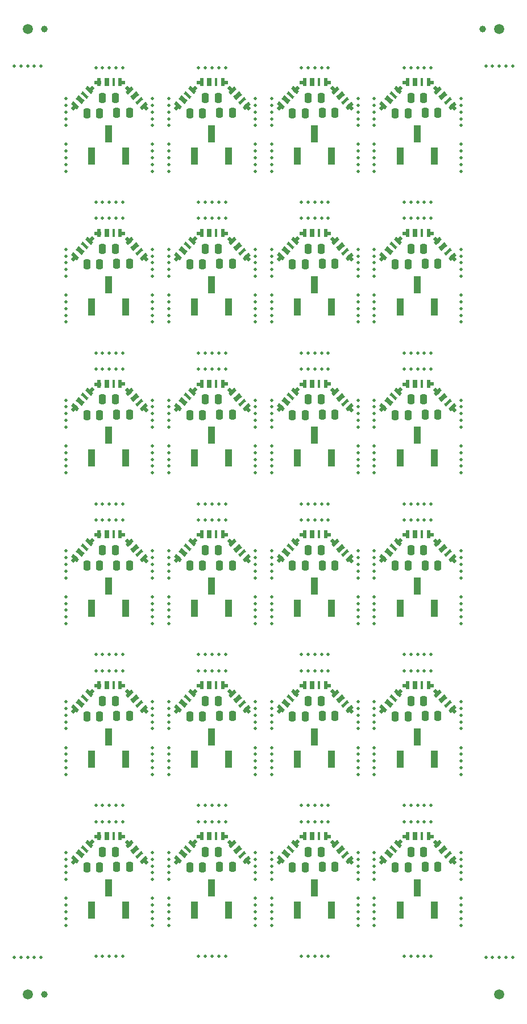
<source format=gbr>
%TF.GenerationSoftware,KiCad,Pcbnew,9.0.3*%
%TF.CreationDate,2025-07-24T13:44:45-05:00*%
%TF.ProjectId,panel,70616e65-6c2e-46b6-9963-61645f706362,rev?*%
%TF.SameCoordinates,Original*%
%TF.FileFunction,Soldermask,Bot*%
%TF.FilePolarity,Negative*%
%FSLAX46Y46*%
G04 Gerber Fmt 4.6, Leading zero omitted, Abs format (unit mm)*
G04 Created by KiCad (PCBNEW 9.0.3) date 2025-07-24 13:44:45*
%MOMM*%
%LPD*%
G01*
G04 APERTURE LIST*
G04 Aperture macros list*
%AMRoundRect*
0 Rectangle with rounded corners*
0 $1 Rounding radius*
0 $2 $3 $4 $5 $6 $7 $8 $9 X,Y pos of 4 corners*
0 Add a 4 corners polygon primitive as box body*
4,1,4,$2,$3,$4,$5,$6,$7,$8,$9,$2,$3,0*
0 Add four circle primitives for the rounded corners*
1,1,$1+$1,$2,$3*
1,1,$1+$1,$4,$5*
1,1,$1+$1,$6,$7*
1,1,$1+$1,$8,$9*
0 Add four rect primitives between the rounded corners*
20,1,$1+$1,$2,$3,$4,$5,0*
20,1,$1+$1,$4,$5,$6,$7,0*
20,1,$1+$1,$6,$7,$8,$9,0*
20,1,$1+$1,$8,$9,$2,$3,0*%
%AMRotRect*
0 Rectangle, with rotation*
0 The origin of the aperture is its center*
0 $1 length*
0 $2 width*
0 $3 Rotation angle, in degrees counterclockwise*
0 Add horizontal line*
21,1,$1,$2,0,0,$3*%
G04 Aperture macros list end*
%ADD10C,0.500000*%
%ADD11C,1.500000*%
%ADD12RotRect,1.000000X0.550000X47.000000*%
%ADD13RotRect,0.550000X1.200000X47.000000*%
%ADD14RotRect,0.700000X1.200000X47.000000*%
%ADD15RotRect,0.450000X1.200000X47.000000*%
%ADD16RoundRect,0.250000X0.250000X0.475000X-0.250000X0.475000X-0.250000X-0.475000X0.250000X-0.475000X0*%
%ADD17RoundRect,0.250000X-0.250000X-0.475000X0.250000X-0.475000X0.250000X0.475000X-0.250000X0.475000X0*%
%ADD18R,1.000000X0.550000*%
%ADD19R,0.550000X1.200000*%
%ADD20R,0.700000X1.200000*%
%ADD21R,0.450000X1.200000*%
%ADD22RotRect,1.000000X0.550000X313.000000*%
%ADD23RotRect,0.550000X1.200000X313.000000*%
%ADD24RotRect,0.700000X1.200000X313.000000*%
%ADD25RotRect,0.450000X1.200000X313.000000*%
%ADD26R,1.000000X2.510000*%
%ADD27C,1.000000*%
G04 APERTURE END LIST*
D10*
%TO.C,KiKit_MB_129_5*%
X147300000Y-148895834D03*
%TD*%
%TO.C,KiKit_MB_55_1*%
X134391316Y-81641927D03*
%TD*%
%TO.C,KiKit_MB_57_5*%
X147300000Y-81641927D03*
%TD*%
%TO.C,KiKit_MB_17_2*%
X155154342Y-28200000D03*
%TD*%
%TO.C,KiKit_MB_45_2*%
X177917368Y-56223958D03*
%TD*%
%TO.C,KiKit_MB_37_3*%
X149700000Y-57223958D03*
%TD*%
%TO.C,KiKit_MB_111_2*%
X162608684Y-123477865D03*
%TD*%
%TO.C,KiKit_MB_70_3*%
X177917368Y-86447917D03*
%TD*%
%TO.C,KiKit_MB_131_3*%
X140845658Y-140289845D03*
%TD*%
%TO.C,KiKit_MB_128_4*%
X134391316Y-152701824D03*
%TD*%
%TO.C,KiKit_MB_74_3*%
X119082632Y-108865886D03*
%TD*%
%TO.C,KiKit_MB_147_6*%
X185617368Y-28000000D03*
%TD*%
%TO.C,KiKit_MB_72_5*%
X169463026Y-93053907D03*
%TD*%
%TO.C,KiKit_MB_70_2*%
X177917368Y-85447917D03*
%TD*%
%TO.C,KiKit_MB_79_2*%
X134391316Y-103059896D03*
%TD*%
%TO.C,KiKit_MB_4_5*%
X131991316Y-43611979D03*
%TD*%
%TO.C,KiKit_MB_96_2*%
X172463026Y-115471876D03*
%TD*%
%TO.C,KiKit_MB_118_3*%
X177917368Y-131283855D03*
%TD*%
%TO.C,KiKit_MB_52_4*%
X131991316Y-87447917D03*
%TD*%
%TO.C,KiKit_MB_127_5*%
X134391316Y-144895834D03*
%TD*%
%TO.C,KiKit_MB_43_2*%
X165008684Y-58223958D03*
%TD*%
%TO.C,KiKit_MB_88_5*%
X162608684Y-110865886D03*
%TD*%
%TO.C,KiKit_MB_45_5*%
X177917368Y-59223958D03*
%TD*%
%TO.C,KiKit_MB_72_2*%
X172463026Y-93053907D03*
%TD*%
%TO.C,KiKit_MB_32_3*%
X134391316Y-64029948D03*
%TD*%
%TO.C,KiKit_MB_17_4*%
X157154342Y-28200000D03*
%TD*%
%TO.C,KiKit_MB_40_5*%
X162608684Y-66029948D03*
%TD*%
%TO.C,KiKit_MB_56_1*%
X134391316Y-88447917D03*
%TD*%
%TO.C,KiKit_MB_20_1*%
X165008684Y-43611979D03*
%TD*%
%TO.C,KiKit_MB_116_4*%
X165008684Y-130283855D03*
%TD*%
%TO.C,KiKit_MB_134_4*%
X149700000Y-152701824D03*
%TD*%
%TO.C,KiKit_MB_7_1*%
X134391316Y-36805990D03*
%TD*%
%TO.C,KiKit_MB_8_2*%
X134391316Y-42611979D03*
%TD*%
%TO.C,KiKit_MB_69_1*%
X177917368Y-77641927D03*
%TD*%
%TO.C,KiKit_MB_119_4*%
X172463026Y-117871876D03*
%TD*%
%TO.C,KiKit_MB_119_3*%
X171463026Y-117871876D03*
%TD*%
%TO.C,KiKit_MB_104_2*%
X134391316Y-132283855D03*
%TD*%
%TO.C,KiKit_MB_55_5*%
X134391316Y-77641927D03*
%TD*%
%TO.C,KiKit_MB_50_3*%
X119082632Y-86447917D03*
%TD*%
%TO.C,KiKit_MB_116_3*%
X165008684Y-131283855D03*
%TD*%
%TO.C,KiKit_MB_135_5*%
X162608684Y-148895834D03*
%TD*%
%TO.C,KiKit_MB_100_2*%
X131991316Y-130283855D03*
%TD*%
%TO.C,KiKit_MB_64_5*%
X162608684Y-88447917D03*
%TD*%
%TO.C,KiKit_MB_127_2*%
X134391316Y-147895834D03*
%TD*%
%TO.C,KiKit_MB_51_3*%
X131991316Y-79641927D03*
%TD*%
%TO.C,KiKit_MB_92_3*%
X165008684Y-108865886D03*
%TD*%
%TO.C,KiKit_MB_90_5*%
X154154342Y-115471876D03*
%TD*%
%TO.C,KiKit_MB_68_2*%
X165008684Y-87447917D03*
%TD*%
%TO.C,KiKit_MB_13_4*%
X149700000Y-33805990D03*
%TD*%
%TO.C,KiKit_MB_110_3*%
X149700000Y-131283855D03*
%TD*%
%TO.C,KiKit_MB_143_3*%
X171463026Y-140289845D03*
%TD*%
%TO.C,KiKit_MB_120_2*%
X172463026Y-137889845D03*
%TD*%
%TO.C,KiKit_MB_59_3*%
X140845658Y-73035938D03*
%TD*%
%TO.C,KiKit_MB_51_5*%
X131991316Y-81641927D03*
%TD*%
%TO.C,KiKit_MB_72_3*%
X171463026Y-93053907D03*
%TD*%
%TO.C,KiKit_MB_107_4*%
X141845658Y-117871876D03*
%TD*%
%TO.C,KiKit_MB_40_2*%
X162608684Y-63029948D03*
%TD*%
%TO.C,KiKit_MB_33_3*%
X147300000Y-57223958D03*
%TD*%
%TO.C,KiKit_MB_77_4*%
X126536974Y-95453907D03*
%TD*%
%TO.C,KiKit_MB_80_1*%
X134391316Y-110865886D03*
%TD*%
%TO.C,KiKit_MB_111_5*%
X162608684Y-126477865D03*
%TD*%
%TO.C,KiKit_MB_5_2*%
X124536974Y-28200000D03*
%TD*%
%TO.C,KiKit_MB_72_4*%
X170463026Y-93053907D03*
%TD*%
%TO.C,KiKit_MB_1_5*%
X119082632Y-32805990D03*
%TD*%
%TO.C,KiKit_MB_34_5*%
X147300000Y-66029948D03*
%TD*%
%TO.C,KiKit_MB_56_3*%
X134391316Y-86447917D03*
%TD*%
%TO.C,KiKit_MB_114_5*%
X154154342Y-137889845D03*
%TD*%
%TO.C,KiKit_MB_13_2*%
X149700000Y-35805990D03*
%TD*%
%TO.C,KiKit_MB_20_5*%
X165008684Y-39611979D03*
%TD*%
%TO.C,KiKit_MB_137_3*%
X156154342Y-140289845D03*
%TD*%
%TO.C,KiKit_MB_122_1*%
X119082632Y-155701824D03*
%TD*%
%TO.C,KiKit_MB_115_2*%
X165008684Y-125477865D03*
%TD*%
%TO.C,KiKit_MB_114_4*%
X155154342Y-137889845D03*
%TD*%
%TO.C,KiKit_MB_53_5*%
X127536974Y-73035938D03*
%TD*%
%TO.C,KiKit_MB_120_3*%
X171463026Y-137889845D03*
%TD*%
%TO.C,KiKit_MB_125_3*%
X125536974Y-140289845D03*
%TD*%
%TO.C,KiKit_MB_137_4*%
X157154342Y-140289845D03*
%TD*%
%TO.C,KiKit_MB_104_3*%
X134391316Y-131283855D03*
%TD*%
%TO.C,KiKit_MB_50_4*%
X119082632Y-85447917D03*
%TD*%
%TO.C,KiKit_MB_16_3*%
X162608684Y-41611979D03*
%TD*%
%TO.C,KiKit_MB_46_1*%
X177917368Y-62029948D03*
%TD*%
%TO.C,KiKit_MB_143_1*%
X169463026Y-140289845D03*
%TD*%
%TO.C,KiKit_MB_132_1*%
X142845658Y-160307814D03*
%TD*%
%TO.C,KiKit_MB_61_3*%
X149700000Y-79641927D03*
%TD*%
%TO.C,KiKit_MB_30_5*%
X123536974Y-70635938D03*
%TD*%
%TO.C,KiKit_MB_54_2*%
X126536974Y-93053907D03*
%TD*%
%TO.C,KiKit_MB_16_1*%
X162608684Y-39611979D03*
%TD*%
%TO.C,KiKit_MB_33_1*%
X147300000Y-55223958D03*
%TD*%
%TO.C,KiKit_MB_30_1*%
X127536974Y-70635938D03*
%TD*%
%TO.C,KiKit_MB_61_4*%
X149700000Y-78641927D03*
%TD*%
%TO.C,KiKit_MB_23_2*%
X170463026Y-28200000D03*
%TD*%
%TO.C,KiKit_MB_95_5*%
X173463026Y-95453907D03*
%TD*%
%TO.C,KiKit_MB_27_1*%
X131991316Y-55223958D03*
%TD*%
%TO.C,KiKit_MB_108_3*%
X140845658Y-137889845D03*
%TD*%
%TO.C,KiKit_MB_70_4*%
X177917368Y-87447917D03*
%TD*%
%TO.C,KiKit_MB_89_2*%
X155154342Y-95453907D03*
%TD*%
%TO.C,KiKit_MB_59_5*%
X142845658Y-73035938D03*
%TD*%
%TO.C,KiKit_MB_77_5*%
X127536974Y-95453907D03*
%TD*%
%TO.C,KiKit_MB_42_5*%
X154154342Y-70635938D03*
%TD*%
%TO.C,KiKit_MB_15_2*%
X162608684Y-33805990D03*
%TD*%
%TO.C,KiKit_MB_110_5*%
X149700000Y-129283855D03*
%TD*%
%TO.C,KiKit_MB_92_5*%
X165008684Y-106865886D03*
%TD*%
%TO.C,KiKit_MB_93_1*%
X177917368Y-100059896D03*
%TD*%
%TO.C,KiKit_MB_75_4*%
X131991316Y-103059896D03*
%TD*%
%TO.C,KiKit_MB_13_1*%
X149700000Y-36805990D03*
%TD*%
%TO.C,KiKit_MB_107_1*%
X138845658Y-117871876D03*
%TD*%
%TO.C,KiKit_MB_65_5*%
X158154342Y-73035938D03*
%TD*%
%TO.C,KiKit_MB_33_2*%
X147300000Y-56223958D03*
%TD*%
%TO.C,KiKit_MB_138_2*%
X157154342Y-160307814D03*
%TD*%
%TO.C,KiKit_MB_24_1*%
X173463026Y-48217969D03*
%TD*%
%TO.C,KiKit_MB_139_1*%
X165008684Y-148895834D03*
%TD*%
%TO.C,KiKit_MB_66_5*%
X154154342Y-93053907D03*
%TD*%
%TO.C,KiKit_MB_128_1*%
X134391316Y-155701824D03*
%TD*%
%TO.C,KiKit_MB_79_3*%
X134391316Y-102059896D03*
%TD*%
%TO.C,KiKit_MB_40_3*%
X162608684Y-64029948D03*
%TD*%
%TO.C,KiKit_MB_3_4*%
X131991316Y-35805990D03*
%TD*%
%TO.C,KiKit_MB_49_4*%
X119082632Y-78641927D03*
%TD*%
%TO.C,KiKit_MB_140_3*%
X165008684Y-153701824D03*
%TD*%
%TO.C,KiKit_MB_95_4*%
X172463026Y-95453907D03*
%TD*%
%TO.C,KiKit_MB_18_5*%
X154154342Y-48217969D03*
%TD*%
%TO.C,KiKit_MB_108_1*%
X142845658Y-137889845D03*
%TD*%
%TO.C,KiKit_MB_106_5*%
X147300000Y-133283855D03*
%TD*%
%TO.C,KiKit_MB_11_2*%
X139845658Y-28200000D03*
%TD*%
%TO.C,KiKit_MB_10_3*%
X147300000Y-41611979D03*
%TD*%
%TO.C,KiKit_MB_91_3*%
X165008684Y-102059896D03*
%TD*%
%TO.C,KiKit_MB_118_4*%
X177917368Y-132283855D03*
%TD*%
%TO.C,KiKit_MB_127_1*%
X134391316Y-148895834D03*
%TD*%
%TO.C,KiKit_MB_143_5*%
X173463026Y-140289845D03*
%TD*%
%TO.C,KiKit_MB_95_2*%
X170463026Y-95453907D03*
%TD*%
%TO.C,KiKit_MB_84_3*%
X140845658Y-115471876D03*
%TD*%
%TO.C,KiKit_MB_65_1*%
X154154342Y-73035938D03*
%TD*%
%TO.C,KiKit_MB_45_4*%
X177917368Y-58223958D03*
%TD*%
%TO.C,KiKit_MB_78_3*%
X125536974Y-115471876D03*
%TD*%
%TO.C,KiKit_MB_126_2*%
X126536974Y-160307814D03*
%TD*%
%TO.C,KiKit_MB_144_1*%
X173463026Y-160307814D03*
%TD*%
%TO.C,KiKit_MB_146_2*%
X111382632Y-160507814D03*
%TD*%
%TO.C,KiKit_MB_48_3*%
X171463026Y-70635938D03*
%TD*%
%TO.C,KiKit_MB_7_2*%
X134391316Y-35805990D03*
%TD*%
%TO.C,KiKit_MB_130_5*%
X147300000Y-155701824D03*
%TD*%
%TO.C,KiKit_MB_112_4*%
X162608684Y-132283855D03*
%TD*%
%TO.C,KiKit_MB_67_5*%
X165008684Y-77641927D03*
%TD*%
%TO.C,KiKit_MB_44_1*%
X165008684Y-66029948D03*
%TD*%
%TO.C,KiKit_MB_52_3*%
X131991316Y-86447917D03*
%TD*%
%TO.C,KiKit_MB_58_4*%
X147300000Y-87447917D03*
%TD*%
%TO.C,KiKit_MB_133_2*%
X149700000Y-147895834D03*
%TD*%
%TO.C,KiKit_MB_78_4*%
X124536974Y-115471876D03*
%TD*%
%TO.C,KiKit_MB_139_4*%
X165008684Y-145895834D03*
%TD*%
%TO.C,KiKit_MB_86_1*%
X149700000Y-110865886D03*
%TD*%
%TO.C,KiKit_MB_47_3*%
X171463026Y-50617969D03*
%TD*%
%TO.C,KiKit_MB_93_4*%
X177917368Y-103059896D03*
%TD*%
%TO.C,KiKit_MB_121_1*%
X119082632Y-148895834D03*
%TD*%
%TO.C,KiKit_MB_48_5*%
X169463026Y-70635938D03*
%TD*%
%TO.C,KiKit_MB_95_1*%
X169463026Y-95453907D03*
%TD*%
%TO.C,KiKit_MB_63_5*%
X162608684Y-81641927D03*
%TD*%
%TO.C,KiKit_MB_106_2*%
X147300000Y-130283855D03*
%TD*%
%TO.C,KiKit_MB_83_5*%
X142845658Y-95453907D03*
%TD*%
%TO.C,KiKit_MB_107_2*%
X139845658Y-117871876D03*
%TD*%
%TO.C,KiKit_MB_28_3*%
X131991316Y-64029948D03*
%TD*%
%TO.C,KiKit_MB_60_2*%
X141845658Y-93053907D03*
%TD*%
%TO.C,KiKit_MB_94_3*%
X177917368Y-108865886D03*
%TD*%
%TO.C,KiKit_MB_83_1*%
X138845658Y-95453907D03*
%TD*%
%TO.C,KiKit_MB_90_3*%
X156154342Y-115471876D03*
%TD*%
%TO.C,KiKit_MB_1_3*%
X119082632Y-34805990D03*
%TD*%
%TO.C,KiKit_MB_145_5*%
X114382632Y-28000000D03*
%TD*%
%TO.C,KiKit_MB_111_4*%
X162608684Y-125477865D03*
%TD*%
%TO.C,KiKit_MB_126_5*%
X123536974Y-160307814D03*
%TD*%
%TO.C,KiKit_MB_42_3*%
X156154342Y-70635938D03*
%TD*%
%TO.C,KiKit_MB_33_4*%
X147300000Y-58223958D03*
%TD*%
%TO.C,KiKit_MB_93_3*%
X177917368Y-102059896D03*
%TD*%
%TO.C,KiKit_MB_124_5*%
X131991316Y-155701824D03*
%TD*%
%TO.C,KiKit_MB_106_1*%
X147300000Y-129283855D03*
%TD*%
%TO.C,KiKit_MB_119_1*%
X169463026Y-117871876D03*
%TD*%
%TO.C,KiKit_MB_47_4*%
X172463026Y-50617969D03*
%TD*%
%TO.C,KiKit_MB_70_5*%
X177917368Y-88447917D03*
%TD*%
%TO.C,KiKit_MB_87_4*%
X162608684Y-103059896D03*
%TD*%
%TO.C,KiKit_MB_7_4*%
X134391316Y-33805990D03*
%TD*%
%TO.C,KiKit_MB_3_5*%
X131991316Y-36805990D03*
%TD*%
%TO.C,KiKit_MB_33_5*%
X147300000Y-59223958D03*
%TD*%
%TO.C,KiKit_MB_80_4*%
X134391316Y-107865886D03*
%TD*%
%TO.C,KiKit_MB_146_5*%
X114382632Y-160507814D03*
%TD*%
%TO.C,KiKit_MB_82_4*%
X147300000Y-109865886D03*
%TD*%
%TO.C,KiKit_MB_50_1*%
X119082632Y-88447917D03*
%TD*%
%TO.C,KiKit_MB_3_3*%
X131991316Y-34805990D03*
%TD*%
%TO.C,KiKit_MB_84_2*%
X141845658Y-115471876D03*
%TD*%
%TO.C,KiKit_MB_123_5*%
X131991316Y-148895834D03*
%TD*%
%TO.C,KiKit_MB_105_5*%
X147300000Y-126477865D03*
%TD*%
%TO.C,KiKit_MB_101_1*%
X123536974Y-117871876D03*
%TD*%
%TO.C,KiKit_MB_26_5*%
X119082632Y-62029948D03*
%TD*%
%TO.C,KiKit_MB_147_2*%
X181617368Y-28000000D03*
%TD*%
%TO.C,KiKit_MB_25_5*%
X119082632Y-55223958D03*
%TD*%
%TO.C,KiKit_MB_90_1*%
X158154342Y-115471876D03*
%TD*%
%TO.C,KiKit_MB_125_2*%
X124536974Y-140289845D03*
%TD*%
%TO.C,KiKit_MB_82_1*%
X147300000Y-106865886D03*
%TD*%
%TO.C,KiKit_MB_56_5*%
X134391316Y-84447917D03*
%TD*%
%TO.C,KiKit_MB_101_4*%
X126536974Y-117871876D03*
%TD*%
%TO.C,KiKit_MB_31_4*%
X134391316Y-56223958D03*
%TD*%
%TO.C,KiKit_MB_54_1*%
X127536974Y-93053907D03*
%TD*%
%TO.C,KiKit_MB_7_3*%
X134391316Y-34805990D03*
%TD*%
%TO.C,KiKit_MB_91_5*%
X165008684Y-100059896D03*
%TD*%
%TO.C,KiKit_MB_132_2*%
X141845658Y-160307814D03*
%TD*%
%TO.C,KiKit_MB_136_1*%
X162608684Y-151701824D03*
%TD*%
%TO.C,KiKit_MB_112_5*%
X162608684Y-133283855D03*
%TD*%
%TO.C,KiKit_MB_5_3*%
X125536974Y-28200000D03*
%TD*%
%TO.C,KiKit_MB_10_4*%
X147300000Y-42611979D03*
%TD*%
%TO.C,KiKit_MB_46_3*%
X177917368Y-64029948D03*
%TD*%
%TO.C,KiKit_MB_93_2*%
X177917368Y-101059896D03*
%TD*%
%TO.C,KiKit_MB_22_1*%
X177917368Y-39611979D03*
%TD*%
%TO.C,KiKit_MB_84_5*%
X138845658Y-115471876D03*
%TD*%
%TO.C,KiKit_MB_84_1*%
X142845658Y-115471876D03*
%TD*%
%TO.C,KiKit_MB_144_2*%
X172463026Y-160307814D03*
%TD*%
%TO.C,KiKit_MB_132_3*%
X140845658Y-160307814D03*
%TD*%
%TO.C,KiKit_MB_52_2*%
X131991316Y-85447917D03*
%TD*%
%TO.C,KiKit_MB_28_5*%
X131991316Y-66029948D03*
%TD*%
%TO.C,KiKit_MB_38_4*%
X149700000Y-63029948D03*
%TD*%
%TO.C,KiKit_MB_21_5*%
X177917368Y-36805990D03*
%TD*%
%TO.C,KiKit_MB_83_4*%
X141845658Y-95453907D03*
%TD*%
%TO.C,KiKit_MB_75_5*%
X131991316Y-104059896D03*
%TD*%
%TO.C,KiKit_MB_129_1*%
X147300000Y-144895834D03*
%TD*%
%TO.C,KiKit_MB_35_1*%
X138845658Y-50617969D03*
%TD*%
%TO.C,KiKit_MB_101_3*%
X125536974Y-117871876D03*
%TD*%
%TO.C,KiKit_MB_1_4*%
X119082632Y-33805990D03*
%TD*%
%TO.C,KiKit_MB_2_5*%
X119082632Y-39611979D03*
%TD*%
%TO.C,KiKit_MB_4_4*%
X131991316Y-42611979D03*
%TD*%
%TO.C,KiKit_MB_39_1*%
X162608684Y-55223958D03*
%TD*%
%TO.C,KiKit_MB_96_3*%
X171463026Y-115471876D03*
%TD*%
%TO.C,KiKit_MB_38_2*%
X149700000Y-65029948D03*
%TD*%
%TO.C,KiKit_MB_83_3*%
X140845658Y-95453907D03*
%TD*%
%TO.C,KiKit_MB_59_4*%
X141845658Y-73035938D03*
%TD*%
%TO.C,KiKit_MB_140_5*%
X165008684Y-151701824D03*
%TD*%
%TO.C,KiKit_MB_121_3*%
X119082632Y-146895834D03*
%TD*%
%TO.C,KiKit_MB_42_2*%
X157154342Y-70635938D03*
%TD*%
%TO.C,KiKit_MB_137_2*%
X155154342Y-140289845D03*
%TD*%
%TO.C,KiKit_MB_107_3*%
X140845658Y-117871876D03*
%TD*%
%TO.C,KiKit_MB_102_2*%
X126536974Y-137889845D03*
%TD*%
%TO.C,KiKit_MB_73_2*%
X119082632Y-103059896D03*
%TD*%
%TO.C,KiKit_MB_12_2*%
X141845658Y-48217969D03*
%TD*%
%TO.C,KiKit_MB_123_1*%
X131991316Y-144895834D03*
%TD*%
%TO.C,KiKit_MB_18_3*%
X156154342Y-48217969D03*
%TD*%
%TO.C,KiKit_MB_130_3*%
X147300000Y-153701824D03*
%TD*%
%TO.C,KiKit_MB_80_3*%
X134391316Y-108865886D03*
%TD*%
%TO.C,KiKit_MB_104_4*%
X134391316Y-130283855D03*
%TD*%
%TO.C,KiKit_MB_60_5*%
X138845658Y-93053907D03*
%TD*%
%TO.C,KiKit_MB_128_3*%
X134391316Y-153701824D03*
%TD*%
%TO.C,KiKit_MB_68_5*%
X165008684Y-84447917D03*
%TD*%
%TO.C,KiKit_MB_28_2*%
X131991316Y-63029948D03*
%TD*%
%TO.C,KiKit_MB_71_4*%
X172463026Y-73035938D03*
%TD*%
%TO.C,KiKit_MB_90_4*%
X155154342Y-115471876D03*
%TD*%
%TO.C,KiKit_MB_110_1*%
X149700000Y-133283855D03*
%TD*%
%TO.C,KiKit_MB_114_2*%
X157154342Y-137889845D03*
%TD*%
%TO.C,KiKit_MB_114_3*%
X156154342Y-137889845D03*
%TD*%
%TO.C,KiKit_MB_49_2*%
X119082632Y-80641927D03*
%TD*%
%TO.C,KiKit_MB_144_5*%
X169463026Y-160307814D03*
%TD*%
%TO.C,KiKit_MB_15_3*%
X162608684Y-34805990D03*
%TD*%
%TO.C,KiKit_MB_148_3*%
X182617368Y-160507814D03*
%TD*%
%TO.C,KiKit_MB_78_5*%
X123536974Y-115471876D03*
%TD*%
%TO.C,KiKit_MB_146_6*%
X115382632Y-160507814D03*
%TD*%
%TO.C,KiKit_MB_36_3*%
X140845658Y-70635938D03*
%TD*%
%TO.C,KiKit_MB_51_1*%
X131991316Y-77641927D03*
%TD*%
%TO.C,KiKit_MB_63_2*%
X162608684Y-78641927D03*
%TD*%
%TO.C,KiKit_MB_2_1*%
X119082632Y-43611979D03*
%TD*%
%TO.C,KiKit_MB_123_2*%
X131991316Y-145895834D03*
%TD*%
%TO.C,KiKit_MB_4_3*%
X131991316Y-41611979D03*
%TD*%
%TO.C,KiKit_MB_48_1*%
X173463026Y-70635938D03*
%TD*%
%TO.C,KiKit_MB_66_4*%
X155154342Y-93053907D03*
%TD*%
%TO.C,KiKit_MB_4_1*%
X131991316Y-39611979D03*
%TD*%
%TO.C,KiKit_MB_62_3*%
X149700000Y-86447917D03*
%TD*%
%TO.C,KiKit_MB_118_5*%
X177917368Y-133283855D03*
%TD*%
%TO.C,KiKit_MB_6_4*%
X124536974Y-48217969D03*
%TD*%
%TO.C,KiKit_MB_24_5*%
X169463026Y-48217969D03*
%TD*%
%TO.C,KiKit_MB_54_5*%
X123536974Y-93053907D03*
%TD*%
%TO.C,KiKit_MB_133_5*%
X149700000Y-144895834D03*
%TD*%
%TO.C,KiKit_MB_76_1*%
X131991316Y-106865886D03*
%TD*%
%TO.C,KiKit_MB_76_5*%
X131991316Y-110865886D03*
%TD*%
%TO.C,KiKit_MB_37_4*%
X149700000Y-56223958D03*
%TD*%
%TO.C,KiKit_MB_17_5*%
X158154342Y-28200000D03*
%TD*%
%TO.C,KiKit_MB_24_4*%
X170463026Y-48217969D03*
%TD*%
%TO.C,KiKit_MB_123_3*%
X131991316Y-146895834D03*
%TD*%
%TO.C,KiKit_MB_36_2*%
X141845658Y-70635938D03*
%TD*%
%TO.C,KiKit_MB_62_5*%
X149700000Y-84447917D03*
%TD*%
%TO.C,KiKit_MB_21_1*%
X177917368Y-32805990D03*
%TD*%
%TO.C,KiKit_MB_138_4*%
X155154342Y-160307814D03*
%TD*%
%TO.C,KiKit_MB_34_4*%
X147300000Y-65029948D03*
%TD*%
%TO.C,KiKit_MB_75_2*%
X131991316Y-101059896D03*
%TD*%
%TO.C,KiKit_MB_87_2*%
X162608684Y-101059896D03*
%TD*%
%TO.C,KiKit_MB_121_4*%
X119082632Y-145895834D03*
%TD*%
%TO.C,KiKit_MB_61_2*%
X149700000Y-80641927D03*
%TD*%
%TO.C,KiKit_MB_141_1*%
X177917368Y-144895834D03*
%TD*%
%TO.C,KiKit_MB_14_2*%
X149700000Y-42611979D03*
%TD*%
%TO.C,KiKit_MB_34_1*%
X147300000Y-62029948D03*
%TD*%
%TO.C,KiKit_MB_43_3*%
X165008684Y-57223958D03*
%TD*%
%TO.C,KiKit_MB_29_4*%
X126536974Y-50617969D03*
%TD*%
%TO.C,KiKit_MB_67_1*%
X165008684Y-81641927D03*
%TD*%
%TO.C,KiKit_MB_14_5*%
X149700000Y-39611979D03*
%TD*%
%TO.C,KiKit_MB_5_4*%
X126536974Y-28200000D03*
%TD*%
%TO.C,KiKit_MB_63_1*%
X162608684Y-77641927D03*
%TD*%
%TO.C,KiKit_MB_16_2*%
X162608684Y-40611979D03*
%TD*%
%TO.C,KiKit_MB_112_2*%
X162608684Y-130283855D03*
%TD*%
%TO.C,KiKit_MB_117_4*%
X177917368Y-125477865D03*
%TD*%
%TO.C,KiKit_MB_128_5*%
X134391316Y-151701824D03*
%TD*%
%TO.C,KiKit_MB_30_2*%
X126536974Y-70635938D03*
%TD*%
%TO.C,KiKit_MB_22_4*%
X177917368Y-42611979D03*
%TD*%
%TO.C,KiKit_MB_118_2*%
X177917368Y-130283855D03*
%TD*%
%TO.C,KiKit_MB_30_3*%
X125536974Y-70635938D03*
%TD*%
%TO.C,KiKit_MB_124_1*%
X131991316Y-151701824D03*
%TD*%
%TO.C,KiKit_MB_35_5*%
X142845658Y-50617969D03*
%TD*%
%TO.C,KiKit_MB_138_1*%
X158154342Y-160307814D03*
%TD*%
%TO.C,KiKit_MB_75_1*%
X131991316Y-100059896D03*
%TD*%
%TO.C,KiKit_MB_140_1*%
X165008684Y-155701824D03*
%TD*%
%TO.C,KiKit_MB_120_4*%
X170463026Y-137889845D03*
%TD*%
%TO.C,KiKit_MB_64_3*%
X162608684Y-86447917D03*
%TD*%
%TO.C,KiKit_MB_133_4*%
X149700000Y-145895834D03*
%TD*%
%TO.C,KiKit_MB_103_1*%
X134391316Y-126477865D03*
%TD*%
%TO.C,KiKit_MB_104_5*%
X134391316Y-129283855D03*
%TD*%
%TO.C,KiKit_MB_116_5*%
X165008684Y-129283855D03*
%TD*%
%TO.C,KiKit_MB_100_5*%
X131991316Y-133283855D03*
%TD*%
%TO.C,KiKit_MB_66_1*%
X158154342Y-93053907D03*
%TD*%
%TO.C,KiKit_MB_85_3*%
X149700000Y-102059896D03*
%TD*%
%TO.C,KiKit_MB_141_3*%
X177917368Y-146895834D03*
%TD*%
%TO.C,KiKit_MB_98_5*%
X119082632Y-129283855D03*
%TD*%
%TO.C,KiKit_MB_68_3*%
X165008684Y-86447917D03*
%TD*%
%TO.C,KiKit_MB_62_2*%
X149700000Y-87447917D03*
%TD*%
%TO.C,KiKit_MB_57_2*%
X147300000Y-78641927D03*
%TD*%
%TO.C,KiKit_MB_78_1*%
X127536974Y-115471876D03*
%TD*%
%TO.C,KiKit_MB_109_3*%
X149700000Y-124477865D03*
%TD*%
%TO.C,KiKit_MB_74_1*%
X119082632Y-110865886D03*
%TD*%
%TO.C,KiKit_MB_58_5*%
X147300000Y-88447917D03*
%TD*%
%TO.C,KiKit_MB_107_5*%
X142845658Y-117871876D03*
%TD*%
%TO.C,KiKit_MB_142_2*%
X177917368Y-152701824D03*
%TD*%
%TO.C,KiKit_MB_23_4*%
X172463026Y-28200000D03*
%TD*%
%TO.C,KiKit_MB_40_1*%
X162608684Y-62029948D03*
%TD*%
%TO.C,KiKit_MB_23_1*%
X169463026Y-28200000D03*
%TD*%
%TO.C,KiKit_MB_91_2*%
X165008684Y-103059896D03*
%TD*%
%TO.C,KiKit_MB_51_4*%
X131991316Y-80641927D03*
%TD*%
%TO.C,KiKit_MB_136_3*%
X162608684Y-153701824D03*
%TD*%
%TO.C,KiKit_MB_135_1*%
X162608684Y-144895834D03*
%TD*%
%TO.C,KiKit_MB_41_3*%
X156154342Y-50617969D03*
%TD*%
%TO.C,KiKit_MB_66_2*%
X157154342Y-93053907D03*
%TD*%
%TO.C,KiKit_MB_132_4*%
X139845658Y-160307814D03*
%TD*%
%TO.C,KiKit_MB_148_4*%
X183617368Y-160507814D03*
%TD*%
%TO.C,KiKit_MB_26_1*%
X119082632Y-66029948D03*
%TD*%
%TO.C,KiKit_MB_92_4*%
X165008684Y-107865886D03*
%TD*%
%TO.C,KiKit_MB_58_2*%
X147300000Y-85447917D03*
%TD*%
%TO.C,KiKit_MB_101_5*%
X127536974Y-117871876D03*
%TD*%
%TO.C,KiKit_MB_64_2*%
X162608684Y-85447917D03*
%TD*%
%TO.C,KiKit_MB_55_4*%
X134391316Y-78641927D03*
%TD*%
%TO.C,KiKit_MB_99_1*%
X131991316Y-122477865D03*
%TD*%
%TO.C,KiKit_MB_19_3*%
X165008684Y-34805990D03*
%TD*%
%TO.C,KiKit_MB_94_2*%
X177917368Y-107865886D03*
%TD*%
%TO.C,KiKit_MB_66_3*%
X156154342Y-93053907D03*
%TD*%
%TO.C,KiKit_MB_72_1*%
X173463026Y-93053907D03*
%TD*%
D11*
%TO.C,KiKit_TO_3*%
X113382632Y-166007814D03*
%TD*%
D10*
%TO.C,KiKit_MB_115_3*%
X165008684Y-124477865D03*
%TD*%
%TO.C,KiKit_MB_43_4*%
X165008684Y-56223958D03*
%TD*%
%TO.C,KiKit_MB_124_2*%
X131991316Y-152701824D03*
%TD*%
%TO.C,KiKit_MB_127_3*%
X134391316Y-146895834D03*
%TD*%
%TO.C,KiKit_MB_13_3*%
X149700000Y-34805990D03*
%TD*%
%TO.C,KiKit_MB_38_1*%
X149700000Y-66029948D03*
%TD*%
%TO.C,KiKit_MB_15_5*%
X162608684Y-36805990D03*
%TD*%
%TO.C,KiKit_MB_69_5*%
X177917368Y-81641927D03*
%TD*%
%TO.C,KiKit_MB_48_2*%
X172463026Y-70635938D03*
%TD*%
%TO.C,KiKit_MB_81_3*%
X147300000Y-102059896D03*
%TD*%
%TO.C,KiKit_MB_85_5*%
X149700000Y-100059896D03*
%TD*%
%TO.C,KiKit_MB_85_4*%
X149700000Y-101059896D03*
%TD*%
%TO.C,KiKit_MB_55_3*%
X134391316Y-79641927D03*
%TD*%
%TO.C,KiKit_MB_47_5*%
X173463026Y-50617969D03*
%TD*%
%TO.C,KiKit_MB_10_1*%
X147300000Y-39611979D03*
%TD*%
%TO.C,KiKit_MB_76_2*%
X131991316Y-107865886D03*
%TD*%
%TO.C,KiKit_MB_144_4*%
X170463026Y-160307814D03*
%TD*%
%TO.C,KiKit_MB_15_4*%
X162608684Y-35805990D03*
%TD*%
%TO.C,KiKit_MB_37_2*%
X149700000Y-58223958D03*
%TD*%
%TO.C,KiKit_MB_71_1*%
X169463026Y-73035938D03*
%TD*%
%TO.C,KiKit_MB_88_1*%
X162608684Y-106865886D03*
%TD*%
%TO.C,KiKit_MB_25_1*%
X119082632Y-59223958D03*
%TD*%
%TO.C,KiKit_MB_5_5*%
X127536974Y-28200000D03*
%TD*%
%TO.C,KiKit_MB_123_4*%
X131991316Y-147895834D03*
%TD*%
%TO.C,KiKit_MB_64_4*%
X162608684Y-87447917D03*
%TD*%
%TO.C,KiKit_MB_135_2*%
X162608684Y-145895834D03*
%TD*%
%TO.C,KiKit_MB_20_4*%
X165008684Y-40611979D03*
%TD*%
%TO.C,KiKit_MB_47_2*%
X170463026Y-50617969D03*
%TD*%
%TO.C,KiKit_MB_35_4*%
X141845658Y-50617969D03*
%TD*%
%TO.C,KiKit_MB_57_4*%
X147300000Y-80641927D03*
%TD*%
%TO.C,KiKit_MB_98_2*%
X119082632Y-132283855D03*
%TD*%
%TO.C,KiKit_MB_24_3*%
X171463026Y-48217969D03*
%TD*%
%TO.C,KiKit_MB_71_2*%
X170463026Y-73035938D03*
%TD*%
%TO.C,KiKit_MB_48_4*%
X170463026Y-70635938D03*
%TD*%
%TO.C,KiKit_MB_27_2*%
X131991316Y-56223958D03*
%TD*%
%TO.C,KiKit_MB_78_2*%
X126536974Y-115471876D03*
%TD*%
%TO.C,KiKit_MB_103_4*%
X134391316Y-123477865D03*
%TD*%
%TO.C,KiKit_MB_86_3*%
X149700000Y-108865886D03*
%TD*%
%TO.C,KiKit_MB_70_1*%
X177917368Y-84447917D03*
%TD*%
%TO.C,KiKit_MB_14_4*%
X149700000Y-40611979D03*
%TD*%
%TO.C,KiKit_MB_105_3*%
X147300000Y-124477865D03*
%TD*%
%TO.C,KiKit_MB_17_1*%
X154154342Y-28200000D03*
%TD*%
%TO.C,KiKit_MB_89_1*%
X154154342Y-95453907D03*
%TD*%
%TO.C,KiKit_MB_145_2*%
X111382632Y-28000000D03*
%TD*%
%TO.C,KiKit_MB_21_2*%
X177917368Y-33805990D03*
%TD*%
%TO.C,KiKit_MB_73_3*%
X119082632Y-102059896D03*
%TD*%
%TO.C,KiKit_MB_39_2*%
X162608684Y-56223958D03*
%TD*%
%TO.C,KiKit_MB_132_5*%
X138845658Y-160307814D03*
%TD*%
%TO.C,KiKit_MB_98_4*%
X119082632Y-130283855D03*
%TD*%
%TO.C,KiKit_MB_69_2*%
X177917368Y-78641927D03*
%TD*%
%TO.C,KiKit_MB_109_1*%
X149700000Y-126477865D03*
%TD*%
%TO.C,KiKit_MB_87_3*%
X162608684Y-102059896D03*
%TD*%
%TO.C,KiKit_MB_100_4*%
X131991316Y-132283855D03*
%TD*%
%TO.C,KiKit_MB_65_2*%
X155154342Y-73035938D03*
%TD*%
%TO.C,KiKit_MB_11_5*%
X142845658Y-28200000D03*
%TD*%
%TO.C,KiKit_MB_117_3*%
X177917368Y-124477865D03*
%TD*%
%TO.C,KiKit_MB_102_3*%
X125536974Y-137889845D03*
%TD*%
%TO.C,KiKit_MB_121_5*%
X119082632Y-144895834D03*
%TD*%
%TO.C,KiKit_MB_82_3*%
X147300000Y-108865886D03*
%TD*%
%TO.C,KiKit_MB_10_2*%
X147300000Y-40611979D03*
%TD*%
%TO.C,KiKit_MB_97_5*%
X119082632Y-122477865D03*
%TD*%
%TO.C,KiKit_MB_10_5*%
X147300000Y-43611979D03*
%TD*%
%TO.C,KiKit_MB_118_1*%
X177917368Y-129283855D03*
%TD*%
%TO.C,KiKit_MB_29_2*%
X124536974Y-50617969D03*
%TD*%
%TO.C,KiKit_MB_108_2*%
X141845658Y-137889845D03*
%TD*%
%TO.C,KiKit_MB_110_4*%
X149700000Y-130283855D03*
%TD*%
%TO.C,KiKit_MB_105_4*%
X147300000Y-125477865D03*
%TD*%
%TO.C,KiKit_MB_116_1*%
X165008684Y-133283855D03*
%TD*%
%TO.C,KiKit_MB_146_3*%
X112382632Y-160507814D03*
%TD*%
%TO.C,KiKit_MB_108_5*%
X138845658Y-137889845D03*
%TD*%
%TO.C,KiKit_MB_32_4*%
X134391316Y-63029948D03*
%TD*%
%TO.C,KiKit_MB_26_2*%
X119082632Y-65029948D03*
%TD*%
%TO.C,KiKit_MB_121_2*%
X119082632Y-147895834D03*
%TD*%
%TO.C,KiKit_MB_93_5*%
X177917368Y-104059896D03*
%TD*%
%TO.C,KiKit_MB_139_2*%
X165008684Y-147895834D03*
%TD*%
%TO.C,KiKit_MB_125_4*%
X126536974Y-140289845D03*
%TD*%
%TO.C,KiKit_MB_16_5*%
X162608684Y-43611979D03*
%TD*%
%TO.C,KiKit_MB_9_2*%
X147300000Y-33805990D03*
%TD*%
%TO.C,KiKit_MB_117_1*%
X177917368Y-122477865D03*
%TD*%
%TO.C,KiKit_MB_39_5*%
X162608684Y-59223958D03*
%TD*%
%TO.C,KiKit_MB_142_4*%
X177917368Y-154701824D03*
%TD*%
%TO.C,KiKit_MB_86_5*%
X149700000Y-106865886D03*
%TD*%
%TO.C,KiKit_MB_143_2*%
X170463026Y-140289845D03*
%TD*%
%TO.C,KiKit_MB_25_3*%
X119082632Y-57223958D03*
%TD*%
%TO.C,KiKit_MB_92_2*%
X165008684Y-109865886D03*
%TD*%
%TO.C,KiKit_MB_61_1*%
X149700000Y-81641927D03*
%TD*%
%TO.C,KiKit_MB_30_4*%
X124536974Y-70635938D03*
%TD*%
%TO.C,KiKit_MB_100_1*%
X131991316Y-129283855D03*
%TD*%
%TO.C,KiKit_MB_142_3*%
X177917368Y-153701824D03*
%TD*%
%TO.C,KiKit_MB_90_2*%
X157154342Y-115471876D03*
%TD*%
%TO.C,KiKit_MB_29_1*%
X123536974Y-50617969D03*
%TD*%
%TO.C,KiKit_MB_94_1*%
X177917368Y-106865886D03*
%TD*%
%TO.C,KiKit_MB_18_2*%
X157154342Y-48217969D03*
%TD*%
%TO.C,KiKit_MB_20_2*%
X165008684Y-42611979D03*
%TD*%
%TO.C,KiKit_MB_114_1*%
X158154342Y-137889845D03*
%TD*%
%TO.C,KiKit_MB_46_2*%
X177917368Y-63029948D03*
%TD*%
%TO.C,KiKit_MB_8_3*%
X134391316Y-41611979D03*
%TD*%
%TO.C,KiKit_MB_87_1*%
X162608684Y-100059896D03*
%TD*%
%TO.C,KiKit_MB_112_1*%
X162608684Y-129283855D03*
%TD*%
%TO.C,KiKit_MB_125_1*%
X123536974Y-140289845D03*
%TD*%
%TO.C,KiKit_MB_113_4*%
X157154342Y-117871876D03*
%TD*%
%TO.C,KiKit_MB_94_5*%
X177917368Y-110865886D03*
%TD*%
%TO.C,KiKit_MB_112_3*%
X162608684Y-131283855D03*
%TD*%
%TO.C,KiKit_MB_144_3*%
X171463026Y-160307814D03*
%TD*%
%TO.C,KiKit_MB_126_1*%
X127536974Y-160307814D03*
%TD*%
%TO.C,KiKit_MB_65_4*%
X157154342Y-73035938D03*
%TD*%
%TO.C,KiKit_MB_23_3*%
X171463026Y-28200000D03*
%TD*%
%TO.C,KiKit_MB_62_4*%
X149700000Y-85447917D03*
%TD*%
%TO.C,KiKit_MB_91_4*%
X165008684Y-101059896D03*
%TD*%
%TO.C,KiKit_MB_97_1*%
X119082632Y-126477865D03*
%TD*%
%TO.C,KiKit_MB_108_4*%
X139845658Y-137889845D03*
%TD*%
%TO.C,KiKit_MB_53_2*%
X124536974Y-73035938D03*
%TD*%
%TO.C,KiKit_MB_109_4*%
X149700000Y-123477865D03*
%TD*%
%TO.C,KiKit_MB_122_2*%
X119082632Y-154701824D03*
%TD*%
%TO.C,KiKit_MB_38_5*%
X149700000Y-62029948D03*
%TD*%
%TO.C,KiKit_MB_142_1*%
X177917368Y-151701824D03*
%TD*%
%TO.C,KiKit_MB_131_4*%
X141845658Y-140289845D03*
%TD*%
%TO.C,KiKit_MB_143_4*%
X172463026Y-140289845D03*
%TD*%
%TO.C,KiKit_MB_43_5*%
X165008684Y-55223958D03*
%TD*%
%TO.C,KiKit_MB_1_2*%
X119082632Y-35805990D03*
%TD*%
%TO.C,KiKit_MB_147_4*%
X183617368Y-28000000D03*
%TD*%
%TO.C,KiKit_MB_65_3*%
X156154342Y-73035938D03*
%TD*%
%TO.C,KiKit_MB_29_5*%
X127536974Y-50617969D03*
%TD*%
%TO.C,KiKit_MB_141_4*%
X177917368Y-147895834D03*
%TD*%
%TO.C,KiKit_MB_46_4*%
X177917368Y-65029948D03*
%TD*%
%TO.C,KiKit_MB_53_4*%
X126536974Y-73035938D03*
%TD*%
%TO.C,KiKit_MB_105_2*%
X147300000Y-123477865D03*
%TD*%
%TO.C,KiKit_MB_54_4*%
X124536974Y-93053907D03*
%TD*%
%TO.C,KiKit_MB_59_1*%
X138845658Y-73035938D03*
%TD*%
%TO.C,KiKit_MB_59_2*%
X139845658Y-73035938D03*
%TD*%
%TO.C,KiKit_MB_36_1*%
X142845658Y-70635938D03*
%TD*%
%TO.C,KiKit_MB_29_3*%
X125536974Y-50617969D03*
%TD*%
%TO.C,KiKit_MB_71_5*%
X173463026Y-73035938D03*
%TD*%
%TO.C,KiKit_MB_130_4*%
X147300000Y-154701824D03*
%TD*%
%TO.C,KiKit_MB_20_3*%
X165008684Y-41611979D03*
%TD*%
%TO.C,KiKit_MB_88_2*%
X162608684Y-107865886D03*
%TD*%
%TO.C,KiKit_MB_19_4*%
X165008684Y-33805990D03*
%TD*%
%TO.C,KiKit_MB_32_5*%
X134391316Y-62029948D03*
%TD*%
%TO.C,KiKit_MB_125_5*%
X127536974Y-140289845D03*
%TD*%
%TO.C,KiKit_MB_73_4*%
X119082632Y-101059896D03*
%TD*%
%TO.C,KiKit_MB_135_3*%
X162608684Y-146895834D03*
%TD*%
%TO.C,KiKit_MB_22_3*%
X177917368Y-41611979D03*
%TD*%
%TO.C,KiKit_MB_49_1*%
X119082632Y-81641927D03*
%TD*%
%TO.C,KiKit_MB_71_3*%
X171463026Y-73035938D03*
%TD*%
%TO.C,KiKit_MB_45_3*%
X177917368Y-57223958D03*
%TD*%
%TO.C,KiKit_MB_120_5*%
X169463026Y-137889845D03*
%TD*%
%TO.C,KiKit_MB_74_2*%
X119082632Y-109865886D03*
%TD*%
%TO.C,KiKit_MB_49_5*%
X119082632Y-77641927D03*
%TD*%
%TO.C,KiKit_MB_89_5*%
X158154342Y-95453907D03*
%TD*%
%TO.C,KiKit_MB_96_5*%
X169463026Y-115471876D03*
%TD*%
%TO.C,KiKit_MB_80_2*%
X134391316Y-109865886D03*
%TD*%
%TO.C,KiKit_MB_103_3*%
X134391316Y-124477865D03*
%TD*%
%TO.C,KiKit_MB_99_3*%
X131991316Y-124477865D03*
%TD*%
%TO.C,KiKit_MB_6_1*%
X127536974Y-48217969D03*
%TD*%
%TO.C,KiKit_MB_88_3*%
X162608684Y-108865886D03*
%TD*%
%TO.C,KiKit_MB_27_3*%
X131991316Y-57223958D03*
%TD*%
%TO.C,KiKit_MB_3_2*%
X131991316Y-33805990D03*
%TD*%
%TO.C,KiKit_MB_86_2*%
X149700000Y-109865886D03*
%TD*%
%TO.C,KiKit_MB_110_2*%
X149700000Y-132283855D03*
%TD*%
%TO.C,KiKit_MB_42_1*%
X158154342Y-70635938D03*
%TD*%
%TO.C,KiKit_MB_39_3*%
X162608684Y-57223958D03*
%TD*%
%TO.C,KiKit_MB_98_3*%
X119082632Y-131283855D03*
%TD*%
%TO.C,KiKit_MB_148_6*%
X185617368Y-160507814D03*
%TD*%
%TO.C,KiKit_MB_99_5*%
X131991316Y-126477865D03*
%TD*%
%TO.C,KiKit_MB_27_5*%
X131991316Y-59223958D03*
%TD*%
%TO.C,KiKit_MB_21_4*%
X177917368Y-35805990D03*
%TD*%
D11*
%TO.C,KiKit_TO_2*%
X183617368Y-22500000D03*
%TD*%
D10*
%TO.C,KiKit_MB_89_4*%
X157154342Y-95453907D03*
%TD*%
%TO.C,KiKit_MB_41_5*%
X158154342Y-50617969D03*
%TD*%
%TO.C,KiKit_MB_28_1*%
X131991316Y-62029948D03*
%TD*%
%TO.C,KiKit_MB_139_3*%
X165008684Y-146895834D03*
%TD*%
%TO.C,KiKit_MB_31_3*%
X134391316Y-57223958D03*
%TD*%
%TO.C,KiKit_MB_8_1*%
X134391316Y-43611979D03*
%TD*%
%TO.C,KiKit_MB_136_5*%
X162608684Y-155701824D03*
%TD*%
%TO.C,KiKit_MB_111_1*%
X162608684Y-122477865D03*
%TD*%
%TO.C,KiKit_MB_135_4*%
X162608684Y-147895834D03*
%TD*%
%TO.C,KiKit_MB_43_1*%
X165008684Y-59223958D03*
%TD*%
%TO.C,KiKit_MB_136_2*%
X162608684Y-152701824D03*
%TD*%
%TO.C,KiKit_MB_41_4*%
X157154342Y-50617969D03*
%TD*%
%TO.C,KiKit_MB_27_4*%
X131991316Y-58223958D03*
%TD*%
%TO.C,KiKit_MB_6_5*%
X123536974Y-48217969D03*
%TD*%
%TO.C,KiKit_MB_12_5*%
X138845658Y-48217969D03*
%TD*%
%TO.C,KiKit_MB_101_2*%
X124536974Y-117871876D03*
%TD*%
%TO.C,KiKit_MB_105_1*%
X147300000Y-122477865D03*
%TD*%
%TO.C,KiKit_MB_67_3*%
X165008684Y-79641927D03*
%TD*%
%TO.C,KiKit_MB_146_4*%
X113382632Y-160507814D03*
%TD*%
%TO.C,KiKit_MB_57_1*%
X147300000Y-77641927D03*
%TD*%
%TO.C,KiKit_MB_73_1*%
X119082632Y-104059896D03*
%TD*%
%TO.C,KiKit_MB_12_3*%
X140845658Y-48217969D03*
%TD*%
%TO.C,KiKit_MB_31_1*%
X134391316Y-59223958D03*
%TD*%
%TO.C,KiKit_MB_120_1*%
X173463026Y-137889845D03*
%TD*%
%TO.C,KiKit_MB_14_1*%
X149700000Y-43611979D03*
%TD*%
%TO.C,KiKit_MB_140_4*%
X165008684Y-152701824D03*
%TD*%
%TO.C,KiKit_MB_83_2*%
X139845658Y-95453907D03*
%TD*%
%TO.C,KiKit_MB_25_4*%
X119082632Y-56223958D03*
%TD*%
%TO.C,KiKit_MB_129_3*%
X147300000Y-146895834D03*
%TD*%
%TO.C,KiKit_MB_53_1*%
X123536974Y-73035938D03*
%TD*%
%TO.C,KiKit_MB_134_1*%
X149700000Y-155701824D03*
%TD*%
%TO.C,KiKit_MB_50_5*%
X119082632Y-84447917D03*
%TD*%
%TO.C,KiKit_MB_131_1*%
X138845658Y-140289845D03*
%TD*%
%TO.C,KiKit_MB_139_5*%
X165008684Y-144895834D03*
%TD*%
D11*
%TO.C,KiKit_TO_4*%
X183617368Y-166007814D03*
%TD*%
D10*
%TO.C,KiKit_MB_52_5*%
X131991316Y-88447917D03*
%TD*%
%TO.C,KiKit_MB_141_5*%
X177917368Y-148895834D03*
%TD*%
%TO.C,KiKit_MB_130_2*%
X147300000Y-152701824D03*
%TD*%
%TO.C,KiKit_MB_58_1*%
X147300000Y-84447917D03*
%TD*%
%TO.C,KiKit_MB_1_1*%
X119082632Y-36805990D03*
%TD*%
%TO.C,KiKit_MB_140_2*%
X165008684Y-154701824D03*
%TD*%
%TO.C,KiKit_MB_79_5*%
X134391316Y-100059896D03*
%TD*%
%TO.C,KiKit_MB_91_1*%
X165008684Y-104059896D03*
%TD*%
%TO.C,KiKit_MB_77_1*%
X123536974Y-95453907D03*
%TD*%
%TO.C,KiKit_MB_58_3*%
X147300000Y-86447917D03*
%TD*%
%TO.C,KiKit_MB_88_4*%
X162608684Y-109865886D03*
%TD*%
%TO.C,KiKit_MB_136_4*%
X162608684Y-154701824D03*
%TD*%
%TO.C,KiKit_MB_25_2*%
X119082632Y-58223958D03*
%TD*%
%TO.C,KiKit_MB_8_4*%
X134391316Y-40611979D03*
%TD*%
%TO.C,KiKit_MB_31_5*%
X134391316Y-55223958D03*
%TD*%
%TO.C,KiKit_MB_67_4*%
X165008684Y-78641927D03*
%TD*%
%TO.C,KiKit_MB_113_3*%
X156154342Y-117871876D03*
%TD*%
%TO.C,KiKit_MB_116_2*%
X165008684Y-132283855D03*
%TD*%
%TO.C,KiKit_MB_100_3*%
X131991316Y-131283855D03*
%TD*%
%TO.C,KiKit_MB_76_4*%
X131991316Y-109865886D03*
%TD*%
%TO.C,KiKit_MB_34_3*%
X147300000Y-64029948D03*
%TD*%
%TO.C,KiKit_MB_145_4*%
X113382632Y-28000000D03*
%TD*%
%TO.C,KiKit_MB_35_3*%
X140845658Y-50617969D03*
%TD*%
%TO.C,KiKit_MB_129_2*%
X147300000Y-145895834D03*
%TD*%
%TO.C,KiKit_MB_68_4*%
X165008684Y-85447917D03*
%TD*%
%TO.C,KiKit_MB_117_5*%
X177917368Y-126477865D03*
%TD*%
%TO.C,KiKit_MB_9_1*%
X147300000Y-32805990D03*
%TD*%
%TO.C,KiKit_MB_97_4*%
X119082632Y-123477865D03*
%TD*%
%TO.C,KiKit_MB_147_3*%
X182617368Y-28000000D03*
%TD*%
%TO.C,KiKit_MB_68_1*%
X165008684Y-88447917D03*
%TD*%
%TO.C,KiKit_MB_61_5*%
X149700000Y-77641927D03*
%TD*%
%TO.C,KiKit_MB_56_4*%
X134391316Y-85447917D03*
%TD*%
%TO.C,KiKit_MB_60_3*%
X140845658Y-93053907D03*
%TD*%
%TO.C,KiKit_MB_145_3*%
X112382632Y-28000000D03*
%TD*%
%TO.C,KiKit_MB_102_1*%
X127536974Y-137889845D03*
%TD*%
%TO.C,KiKit_MB_41_1*%
X154154342Y-50617969D03*
%TD*%
%TO.C,KiKit_MB_122_5*%
X119082632Y-151701824D03*
%TD*%
%TO.C,KiKit_MB_148_5*%
X184617368Y-160507814D03*
%TD*%
%TO.C,KiKit_MB_97_2*%
X119082632Y-125477865D03*
%TD*%
%TO.C,KiKit_MB_124_3*%
X131991316Y-153701824D03*
%TD*%
%TO.C,KiKit_MB_122_4*%
X119082632Y-152701824D03*
%TD*%
%TO.C,KiKit_MB_103_5*%
X134391316Y-122477865D03*
%TD*%
%TO.C,KiKit_MB_2_2*%
X119082632Y-42611979D03*
%TD*%
%TO.C,KiKit_MB_24_2*%
X172463026Y-48217969D03*
%TD*%
%TO.C,KiKit_MB_109_5*%
X149700000Y-122477865D03*
%TD*%
%TO.C,KiKit_MB_9_3*%
X147300000Y-34805990D03*
%TD*%
%TO.C,KiKit_MB_119_2*%
X170463026Y-117871876D03*
%TD*%
%TO.C,KiKit_MB_127_4*%
X134391316Y-145895834D03*
%TD*%
%TO.C,KiKit_MB_53_3*%
X125536974Y-73035938D03*
%TD*%
%TO.C,KiKit_MB_74_5*%
X119082632Y-106865886D03*
%TD*%
%TO.C,KiKit_MB_145_6*%
X115382632Y-28000000D03*
%TD*%
%TO.C,KiKit_MB_35_2*%
X139845658Y-50617969D03*
%TD*%
%TO.C,KiKit_MB_50_2*%
X119082632Y-87447917D03*
%TD*%
%TO.C,KiKit_MB_42_4*%
X155154342Y-70635938D03*
%TD*%
%TO.C,KiKit_MB_7_5*%
X134391316Y-32805990D03*
%TD*%
%TO.C,KiKit_MB_32_2*%
X134391316Y-65029948D03*
%TD*%
%TO.C,KiKit_MB_95_3*%
X171463026Y-95453907D03*
%TD*%
%TO.C,KiKit_MB_32_1*%
X134391316Y-66029948D03*
%TD*%
%TO.C,KiKit_MB_119_5*%
X173463026Y-117871876D03*
%TD*%
%TO.C,KiKit_MB_12_4*%
X139845658Y-48217969D03*
%TD*%
%TO.C,KiKit_MB_137_5*%
X158154342Y-140289845D03*
%TD*%
%TO.C,KiKit_MB_54_3*%
X125536974Y-93053907D03*
%TD*%
%TO.C,KiKit_MB_38_3*%
X149700000Y-64029948D03*
%TD*%
%TO.C,KiKit_MB_126_3*%
X125536974Y-160307814D03*
%TD*%
%TO.C,KiKit_MB_73_5*%
X119082632Y-100059896D03*
%TD*%
%TO.C,KiKit_MB_23_5*%
X173463026Y-28200000D03*
%TD*%
%TO.C,KiKit_MB_92_1*%
X165008684Y-110865886D03*
%TD*%
%TO.C,KiKit_MB_46_5*%
X177917368Y-66029948D03*
%TD*%
%TO.C,KiKit_MB_81_5*%
X147300000Y-104059896D03*
%TD*%
%TO.C,KiKit_MB_44_5*%
X165008684Y-62029948D03*
%TD*%
%TO.C,KiKit_MB_115_1*%
X165008684Y-126477865D03*
%TD*%
%TO.C,KiKit_MB_109_2*%
X149700000Y-125477865D03*
%TD*%
%TO.C,KiKit_MB_131_2*%
X139845658Y-140289845D03*
%TD*%
%TO.C,KiKit_MB_102_4*%
X124536974Y-137889845D03*
%TD*%
%TO.C,KiKit_MB_131_5*%
X142845658Y-140289845D03*
%TD*%
%TO.C,KiKit_MB_11_3*%
X140845658Y-28200000D03*
%TD*%
%TO.C,KiKit_MB_85_2*%
X149700000Y-103059896D03*
%TD*%
%TO.C,KiKit_MB_2_3*%
X119082632Y-41611979D03*
%TD*%
%TO.C,KiKit_MB_97_3*%
X119082632Y-124477865D03*
%TD*%
%TO.C,KiKit_MB_89_3*%
X156154342Y-95453907D03*
%TD*%
%TO.C,KiKit_MB_5_1*%
X123536974Y-28200000D03*
%TD*%
%TO.C,KiKit_MB_138_3*%
X156154342Y-160307814D03*
%TD*%
%TO.C,KiKit_MB_37_1*%
X149700000Y-59223958D03*
%TD*%
%TO.C,KiKit_MB_77_3*%
X125536974Y-95453907D03*
%TD*%
%TO.C,KiKit_MB_142_5*%
X177917368Y-155701824D03*
%TD*%
%TO.C,KiKit_MB_128_2*%
X134391316Y-154701824D03*
%TD*%
%TO.C,KiKit_MB_96_4*%
X170463026Y-115471876D03*
%TD*%
%TO.C,KiKit_MB_60_1*%
X142845658Y-93053907D03*
%TD*%
%TO.C,KiKit_MB_11_4*%
X141845658Y-28200000D03*
%TD*%
%TO.C,KiKit_MB_17_3*%
X156154342Y-28200000D03*
%TD*%
%TO.C,KiKit_MB_106_4*%
X147300000Y-132283855D03*
%TD*%
%TO.C,KiKit_MB_113_5*%
X158154342Y-117871876D03*
%TD*%
%TO.C,KiKit_MB_133_3*%
X149700000Y-146895834D03*
%TD*%
%TO.C,KiKit_MB_76_3*%
X131991316Y-108865886D03*
%TD*%
%TO.C,KiKit_MB_14_3*%
X149700000Y-41611979D03*
%TD*%
%TO.C,KiKit_MB_98_1*%
X119082632Y-133283855D03*
%TD*%
%TO.C,KiKit_MB_115_5*%
X165008684Y-122477865D03*
%TD*%
%TO.C,KiKit_MB_99_4*%
X131991316Y-125477865D03*
%TD*%
%TO.C,KiKit_MB_37_5*%
X149700000Y-55223958D03*
%TD*%
%TO.C,KiKit_MB_104_1*%
X134391316Y-133283855D03*
%TD*%
%TO.C,KiKit_MB_55_2*%
X134391316Y-80641927D03*
%TD*%
%TO.C,KiKit_MB_18_4*%
X155154342Y-48217969D03*
%TD*%
%TO.C,KiKit_MB_31_2*%
X134391316Y-58223958D03*
%TD*%
%TO.C,KiKit_MB_4_2*%
X131991316Y-40611979D03*
%TD*%
%TO.C,KiKit_MB_122_3*%
X119082632Y-153701824D03*
%TD*%
%TO.C,KiKit_MB_6_3*%
X125536974Y-48217969D03*
%TD*%
%TO.C,KiKit_MB_81_4*%
X147300000Y-103059896D03*
%TD*%
%TO.C,KiKit_MB_134_2*%
X149700000Y-154701824D03*
%TD*%
%TO.C,KiKit_MB_67_2*%
X165008684Y-80641927D03*
%TD*%
%TO.C,KiKit_MB_28_4*%
X131991316Y-65029948D03*
%TD*%
%TO.C,KiKit_MB_126_4*%
X124536974Y-160307814D03*
%TD*%
%TO.C,KiKit_MB_60_4*%
X139845658Y-93053907D03*
%TD*%
%TO.C,KiKit_MB_62_1*%
X149700000Y-88447917D03*
%TD*%
%TO.C,KiKit_MB_26_3*%
X119082632Y-64029948D03*
%TD*%
%TO.C,KiKit_MB_74_4*%
X119082632Y-107865886D03*
%TD*%
%TO.C,KiKit_MB_63_3*%
X162608684Y-79641927D03*
%TD*%
%TO.C,KiKit_MB_12_1*%
X142845658Y-48217969D03*
%TD*%
%TO.C,KiKit_MB_103_2*%
X134391316Y-125477865D03*
%TD*%
%TO.C,KiKit_MB_117_2*%
X177917368Y-123477865D03*
%TD*%
%TO.C,KiKit_MB_106_3*%
X147300000Y-131283855D03*
%TD*%
%TO.C,KiKit_MB_63_4*%
X162608684Y-80641927D03*
%TD*%
%TO.C,KiKit_MB_39_4*%
X162608684Y-58223958D03*
%TD*%
%TO.C,KiKit_MB_22_2*%
X177917368Y-40611979D03*
%TD*%
%TO.C,KiKit_MB_8_5*%
X134391316Y-39611979D03*
%TD*%
%TO.C,KiKit_MB_44_2*%
X165008684Y-65029948D03*
%TD*%
%TO.C,KiKit_MB_21_3*%
X177917368Y-34805990D03*
%TD*%
%TO.C,KiKit_MB_3_1*%
X131991316Y-32805990D03*
%TD*%
%TO.C,KiKit_MB_79_1*%
X134391316Y-104059896D03*
%TD*%
%TO.C,KiKit_MB_40_4*%
X162608684Y-65029948D03*
%TD*%
%TO.C,KiKit_MB_81_2*%
X147300000Y-101059896D03*
%TD*%
%TO.C,KiKit_MB_87_5*%
X162608684Y-104059896D03*
%TD*%
%TO.C,KiKit_MB_19_5*%
X165008684Y-32805990D03*
%TD*%
%TO.C,KiKit_MB_16_4*%
X162608684Y-42611979D03*
%TD*%
%TO.C,KiKit_MB_44_4*%
X165008684Y-63029948D03*
%TD*%
%TO.C,KiKit_MB_86_4*%
X149700000Y-107865886D03*
%TD*%
%TO.C,KiKit_MB_51_2*%
X131991316Y-78641927D03*
%TD*%
%TO.C,KiKit_MB_111_3*%
X162608684Y-124477865D03*
%TD*%
%TO.C,KiKit_MB_19_2*%
X165008684Y-35805990D03*
%TD*%
D11*
%TO.C,KiKit_TO_1*%
X113382632Y-22500000D03*
%TD*%
D10*
%TO.C,KiKit_MB_52_1*%
X131991316Y-84447917D03*
%TD*%
%TO.C,KiKit_MB_18_1*%
X158154342Y-48217969D03*
%TD*%
%TO.C,KiKit_MB_36_5*%
X138845658Y-70635938D03*
%TD*%
%TO.C,KiKit_MB_148_2*%
X181617368Y-160507814D03*
%TD*%
%TO.C,KiKit_MB_85_1*%
X149700000Y-104059896D03*
%TD*%
%TO.C,KiKit_MB_134_5*%
X149700000Y-151701824D03*
%TD*%
%TO.C,KiKit_MB_99_2*%
X131991316Y-123477865D03*
%TD*%
%TO.C,KiKit_MB_80_5*%
X134391316Y-106865886D03*
%TD*%
%TO.C,KiKit_MB_81_1*%
X147300000Y-100059896D03*
%TD*%
%TO.C,KiKit_MB_82_2*%
X147300000Y-107865886D03*
%TD*%
%TO.C,KiKit_MB_47_1*%
X169463026Y-50617969D03*
%TD*%
%TO.C,KiKit_MB_9_4*%
X147300000Y-35805990D03*
%TD*%
%TO.C,KiKit_MB_79_4*%
X134391316Y-101059896D03*
%TD*%
%TO.C,KiKit_MB_19_1*%
X165008684Y-36805990D03*
%TD*%
%TO.C,KiKit_MB_9_5*%
X147300000Y-36805990D03*
%TD*%
%TO.C,KiKit_MB_56_2*%
X134391316Y-87447917D03*
%TD*%
%TO.C,KiKit_MB_134_3*%
X149700000Y-153701824D03*
%TD*%
%TO.C,KiKit_MB_44_3*%
X165008684Y-64029948D03*
%TD*%
%TO.C,KiKit_MB_96_1*%
X173463026Y-115471876D03*
%TD*%
%TO.C,KiKit_MB_36_4*%
X139845658Y-70635938D03*
%TD*%
%TO.C,KiKit_MB_137_1*%
X154154342Y-140289845D03*
%TD*%
%TO.C,KiKit_MB_41_2*%
X155154342Y-50617969D03*
%TD*%
%TO.C,KiKit_MB_45_1*%
X177917368Y-55223958D03*
%TD*%
%TO.C,KiKit_MB_84_4*%
X139845658Y-115471876D03*
%TD*%
%TO.C,KiKit_MB_138_5*%
X154154342Y-160307814D03*
%TD*%
%TO.C,KiKit_MB_11_1*%
X138845658Y-28200000D03*
%TD*%
%TO.C,KiKit_MB_75_3*%
X131991316Y-102059896D03*
%TD*%
%TO.C,KiKit_MB_6_2*%
X126536974Y-48217969D03*
%TD*%
%TO.C,KiKit_MB_64_1*%
X162608684Y-84447917D03*
%TD*%
%TO.C,KiKit_MB_13_5*%
X149700000Y-32805990D03*
%TD*%
%TO.C,KiKit_MB_141_2*%
X177917368Y-145895834D03*
%TD*%
%TO.C,KiKit_MB_113_2*%
X155154342Y-117871876D03*
%TD*%
%TO.C,KiKit_MB_130_1*%
X147300000Y-151701824D03*
%TD*%
%TO.C,KiKit_MB_22_5*%
X177917368Y-43611979D03*
%TD*%
%TO.C,KiKit_MB_26_4*%
X119082632Y-63029948D03*
%TD*%
%TO.C,KiKit_MB_15_1*%
X162608684Y-32805990D03*
%TD*%
%TO.C,KiKit_MB_49_3*%
X119082632Y-79641927D03*
%TD*%
%TO.C,KiKit_MB_124_4*%
X131991316Y-154701824D03*
%TD*%
%TO.C,KiKit_MB_34_2*%
X147300000Y-63029948D03*
%TD*%
%TO.C,KiKit_MB_82_5*%
X147300000Y-110865886D03*
%TD*%
%TO.C,KiKit_MB_129_4*%
X147300000Y-147895834D03*
%TD*%
%TO.C,KiKit_MB_113_1*%
X154154342Y-117871876D03*
%TD*%
%TO.C,KiKit_MB_2_4*%
X119082632Y-40611979D03*
%TD*%
%TO.C,KiKit_MB_69_4*%
X177917368Y-80641927D03*
%TD*%
%TO.C,KiKit_MB_147_5*%
X184617368Y-28000000D03*
%TD*%
%TO.C,KiKit_MB_57_3*%
X147300000Y-79641927D03*
%TD*%
%TO.C,KiKit_MB_69_3*%
X177917368Y-79641927D03*
%TD*%
%TO.C,KiKit_MB_102_5*%
X123536974Y-137889845D03*
%TD*%
%TO.C,KiKit_MB_133_1*%
X149700000Y-148895834D03*
%TD*%
%TO.C,KiKit_MB_77_2*%
X124536974Y-95453907D03*
%TD*%
%TO.C,KiKit_MB_94_4*%
X177917368Y-109865886D03*
%TD*%
%TO.C,KiKit_MB_115_4*%
X165008684Y-123477865D03*
%TD*%
D12*
%TO.C,D1*%
X166271452Y-56467485D03*
D13*
X166370050Y-56251779D03*
D14*
X167137297Y-55429005D03*
D15*
X167836346Y-54679368D03*
D13*
X168518345Y-53948014D03*
D12*
X168719333Y-53827791D03*
%TD*%
D16*
%TO.C,C1*%
X124092632Y-34998243D03*
X122192632Y-34998243D03*
%TD*%
D17*
%TO.C,C3*%
X172568684Y-57366212D03*
X174468684Y-57366212D03*
%TD*%
D18*
%TO.C,D2*%
X123792632Y-142523088D03*
D19*
X124017632Y-142448088D03*
D20*
X125142632Y-142448088D03*
D21*
X126167632Y-142448088D03*
D19*
X127167632Y-142448088D03*
D18*
X127392632Y-142513088D03*
%TD*%
D16*
%TO.C,C1*%
X170018684Y-57416212D03*
X168118684Y-57416212D03*
%TD*%
D18*
%TO.C,D2*%
X169718684Y-142523088D03*
D19*
X169943684Y-142448088D03*
D20*
X171068684Y-142448088D03*
D21*
X172093684Y-142448088D03*
D19*
X173093684Y-142448088D03*
D18*
X173318684Y-142513088D03*
%TD*%
D12*
%TO.C,D1*%
X120345400Y-101303423D03*
D13*
X120443998Y-101087717D03*
D14*
X121211245Y-100264943D03*
D15*
X121910294Y-99515306D03*
D13*
X122592293Y-98783952D03*
D12*
X122793281Y-98663729D03*
%TD*%
D22*
%TO.C,D3*%
X128358731Y-53878245D03*
D23*
X128567032Y-53991649D03*
D24*
X129334281Y-54814422D03*
D25*
X130033329Y-55564060D03*
D23*
X130715327Y-56295414D03*
D22*
X130821238Y-56504298D03*
%TD*%
D12*
%TO.C,D1*%
X166271452Y-101303423D03*
D13*
X166370050Y-101087717D03*
D14*
X167137297Y-100264943D03*
D15*
X167836346Y-99515306D03*
D13*
X168518345Y-98783952D03*
D12*
X168719333Y-98663729D03*
%TD*%
D22*
%TO.C,D3*%
X128358731Y-143550121D03*
D23*
X128567032Y-143663525D03*
D24*
X129334281Y-144486298D03*
D25*
X130033329Y-145235936D03*
D23*
X130715327Y-145967290D03*
D22*
X130821238Y-146176174D03*
%TD*%
D16*
%TO.C,C2*%
X126442632Y-77534181D03*
X124542632Y-77534181D03*
%TD*%
D18*
%TO.C,D2*%
X154410000Y-142523088D03*
D19*
X154635000Y-142448088D03*
D20*
X155760000Y-142448088D03*
D21*
X156785000Y-142448088D03*
D19*
X157785000Y-142448088D03*
D18*
X158010000Y-142513088D03*
%TD*%
%TO.C,D2*%
X123792632Y-97687150D03*
D19*
X124017632Y-97612150D03*
D20*
X125142632Y-97612150D03*
D21*
X126167632Y-97612150D03*
D19*
X127167632Y-97612150D03*
D18*
X127392632Y-97677150D03*
%TD*%
D16*
%TO.C,C2*%
X157060000Y-55116212D03*
X155160000Y-55116212D03*
%TD*%
D18*
%TO.C,D2*%
X169718684Y-120105119D03*
D19*
X169943684Y-120030119D03*
D20*
X171068684Y-120030119D03*
D21*
X172093684Y-120030119D03*
D19*
X173093684Y-120030119D03*
D18*
X173318684Y-120095119D03*
%TD*%
D22*
%TO.C,D3*%
X143667415Y-121132152D03*
D23*
X143875716Y-121245556D03*
D24*
X144642965Y-122068329D03*
D25*
X145342013Y-122817967D03*
D23*
X146024011Y-123549321D03*
D22*
X146129922Y-123758205D03*
%TD*%
D26*
%TO.C,J9*%
X143291316Y-153443088D03*
X140751316Y-150133088D03*
X138211316Y-153443088D03*
%TD*%
D16*
%TO.C,C1*%
X124092632Y-79834181D03*
X122192632Y-79834181D03*
%TD*%
%TO.C,C2*%
X157060000Y-144788088D03*
X155160000Y-144788088D03*
%TD*%
D17*
%TO.C,C3*%
X141951316Y-79784181D03*
X143851316Y-79784181D03*
%TD*%
D12*
%TO.C,D1*%
X135654084Y-146139361D03*
D13*
X135752682Y-145923655D03*
D14*
X136519929Y-145100881D03*
D15*
X137218978Y-144351244D03*
D13*
X137900977Y-143619890D03*
D12*
X138101965Y-143499667D03*
%TD*%
D16*
%TO.C,C1*%
X170018684Y-147088088D03*
X168118684Y-147088088D03*
%TD*%
D12*
%TO.C,D1*%
X120345400Y-78885454D03*
D13*
X120443998Y-78669748D03*
D14*
X121211245Y-77846974D03*
D15*
X121910294Y-77097337D03*
D13*
X122592293Y-76365983D03*
D12*
X122793281Y-76245760D03*
%TD*%
D22*
%TO.C,D3*%
X174284783Y-121132152D03*
D23*
X174493084Y-121245556D03*
D24*
X175260333Y-122068329D03*
D25*
X175959381Y-122817967D03*
D23*
X176641379Y-123549321D03*
D22*
X176747290Y-123758205D03*
%TD*%
D12*
%TO.C,D1*%
X120345400Y-56467485D03*
D13*
X120443998Y-56251779D03*
D14*
X121211245Y-55429005D03*
D15*
X121910294Y-54679368D03*
D13*
X122592293Y-53948014D03*
D12*
X122793281Y-53827791D03*
%TD*%
D18*
%TO.C,D2*%
X139101316Y-120105119D03*
D19*
X139326316Y-120030119D03*
D20*
X140451316Y-120030119D03*
D21*
X141476316Y-120030119D03*
D19*
X142476316Y-120030119D03*
D18*
X142701316Y-120095119D03*
%TD*%
D17*
%TO.C,C3*%
X157260000Y-79784181D03*
X159160000Y-79784181D03*
%TD*%
D26*
%TO.C,J9*%
X158600000Y-63771212D03*
X156060000Y-60461212D03*
X153520000Y-63771212D03*
%TD*%
D12*
%TO.C,D1*%
X150962768Y-78885454D03*
D13*
X151061366Y-78669748D03*
D14*
X151828613Y-77846974D03*
D15*
X152527662Y-77097337D03*
D13*
X153209661Y-76365983D03*
D12*
X153410649Y-76245760D03*
%TD*%
D26*
%TO.C,J9*%
X143291316Y-41353243D03*
X140751316Y-38043243D03*
X138211316Y-41353243D03*
%TD*%
D22*
%TO.C,D3*%
X143667415Y-31460276D03*
D23*
X143875716Y-31573680D03*
D24*
X144642965Y-32396453D03*
D25*
X145342013Y-33146091D03*
D23*
X146024011Y-33877445D03*
D22*
X146129922Y-34086329D03*
%TD*%
D18*
%TO.C,D2*%
X169718684Y-30433243D03*
D19*
X169943684Y-30358243D03*
D20*
X171068684Y-30358243D03*
D21*
X172093684Y-30358243D03*
D19*
X173093684Y-30358243D03*
D18*
X173318684Y-30423243D03*
%TD*%
%TO.C,D2*%
X139101316Y-30433243D03*
D19*
X139326316Y-30358243D03*
D20*
X140451316Y-30358243D03*
D21*
X141476316Y-30358243D03*
D19*
X142476316Y-30358243D03*
D18*
X142701316Y-30423243D03*
%TD*%
D17*
%TO.C,C3*%
X126642632Y-79784181D03*
X128542632Y-79784181D03*
%TD*%
D26*
%TO.C,J9*%
X127982632Y-86189181D03*
X125442632Y-82879181D03*
X122902632Y-86189181D03*
%TD*%
%TO.C,J9*%
X173908684Y-153443088D03*
X171368684Y-150133088D03*
X168828684Y-153443088D03*
%TD*%
D18*
%TO.C,D2*%
X169718684Y-75269181D03*
D19*
X169943684Y-75194181D03*
D20*
X171068684Y-75194181D03*
D21*
X172093684Y-75194181D03*
D19*
X173093684Y-75194181D03*
D18*
X173318684Y-75259181D03*
%TD*%
D16*
%TO.C,C1*%
X139401316Y-79834181D03*
X137501316Y-79834181D03*
%TD*%
D12*
%TO.C,D1*%
X150962768Y-123721392D03*
D13*
X151061366Y-123505686D03*
D14*
X151828613Y-122682912D03*
D15*
X152527662Y-121933275D03*
D13*
X153209661Y-121201921D03*
D12*
X153410649Y-121081698D03*
%TD*%
D16*
%TO.C,C2*%
X157060000Y-32698243D03*
X155160000Y-32698243D03*
%TD*%
D18*
%TO.C,D2*%
X123792632Y-75269181D03*
D19*
X124017632Y-75194181D03*
D20*
X125142632Y-75194181D03*
D21*
X126167632Y-75194181D03*
D19*
X127167632Y-75194181D03*
D18*
X127392632Y-75259181D03*
%TD*%
D17*
%TO.C,C3*%
X172568684Y-34948243D03*
X174468684Y-34948243D03*
%TD*%
D18*
%TO.C,D2*%
X139101316Y-142523088D03*
D19*
X139326316Y-142448088D03*
D20*
X140451316Y-142448088D03*
D21*
X141476316Y-142448088D03*
D19*
X142476316Y-142448088D03*
D18*
X142701316Y-142513088D03*
%TD*%
D26*
%TO.C,J9*%
X143291316Y-108607150D03*
X140751316Y-105297150D03*
X138211316Y-108607150D03*
%TD*%
D17*
%TO.C,C3*%
X126642632Y-57366212D03*
X128542632Y-57366212D03*
%TD*%
D22*
%TO.C,D3*%
X128358731Y-98714183D03*
D23*
X128567032Y-98827587D03*
D24*
X129334281Y-99650360D03*
D25*
X130033329Y-100399998D03*
D23*
X130715327Y-101131352D03*
D22*
X130821238Y-101340236D03*
%TD*%
D26*
%TO.C,J9*%
X127982632Y-41353243D03*
X125442632Y-38043243D03*
X122902632Y-41353243D03*
%TD*%
D17*
%TO.C,C3*%
X172568684Y-124620119D03*
X174468684Y-124620119D03*
%TD*%
D12*
%TO.C,D1*%
X120345400Y-34049516D03*
D13*
X120443998Y-33833810D03*
D14*
X121211245Y-33011036D03*
D15*
X121910294Y-32261399D03*
D13*
X122592293Y-31530045D03*
D12*
X122793281Y-31409822D03*
%TD*%
D18*
%TO.C,D2*%
X123792632Y-52851212D03*
D19*
X124017632Y-52776212D03*
D20*
X125142632Y-52776212D03*
D21*
X126167632Y-52776212D03*
D19*
X127167632Y-52776212D03*
D18*
X127392632Y-52841212D03*
%TD*%
D22*
%TO.C,D3*%
X158976099Y-76296214D03*
D23*
X159184400Y-76409618D03*
D24*
X159951649Y-77232391D03*
D25*
X160650697Y-77982029D03*
D23*
X161332695Y-78713383D03*
D22*
X161438606Y-78922267D03*
%TD*%
D16*
%TO.C,C2*%
X141751316Y-32698243D03*
X139851316Y-32698243D03*
%TD*%
%TO.C,C1*%
X170018684Y-79834181D03*
X168118684Y-79834181D03*
%TD*%
D26*
%TO.C,J9*%
X158600000Y-86189181D03*
X156060000Y-82879181D03*
X153520000Y-86189181D03*
%TD*%
%TO.C,J9*%
X158600000Y-41353243D03*
X156060000Y-38043243D03*
X153520000Y-41353243D03*
%TD*%
%TO.C,J9*%
X127982632Y-108607150D03*
X125442632Y-105297150D03*
X122902632Y-108607150D03*
%TD*%
D16*
%TO.C,C1*%
X170018684Y-102252150D03*
X168118684Y-102252150D03*
%TD*%
D17*
%TO.C,C3*%
X141951316Y-57366212D03*
X143851316Y-57366212D03*
%TD*%
D16*
%TO.C,C2*%
X157060000Y-77534181D03*
X155160000Y-77534181D03*
%TD*%
%TO.C,C1*%
X139401316Y-147088088D03*
X137501316Y-147088088D03*
%TD*%
D26*
%TO.C,J9*%
X173908684Y-131025119D03*
X171368684Y-127715119D03*
X168828684Y-131025119D03*
%TD*%
D12*
%TO.C,D1*%
X150962768Y-101303423D03*
D13*
X151061366Y-101087717D03*
D14*
X151828613Y-100264943D03*
D15*
X152527662Y-99515306D03*
D13*
X153209661Y-98783952D03*
D12*
X153410649Y-98663729D03*
%TD*%
D16*
%TO.C,C2*%
X141751316Y-77534181D03*
X139851316Y-77534181D03*
%TD*%
D26*
%TO.C,J9*%
X127982632Y-131025119D03*
X125442632Y-127715119D03*
X122902632Y-131025119D03*
%TD*%
D16*
%TO.C,C1*%
X124092632Y-124670119D03*
X122192632Y-124670119D03*
%TD*%
D26*
%TO.C,J9*%
X143291316Y-63771212D03*
X140751316Y-60461212D03*
X138211316Y-63771212D03*
%TD*%
D18*
%TO.C,D2*%
X154410000Y-97687150D03*
D19*
X154635000Y-97612150D03*
D20*
X155760000Y-97612150D03*
D21*
X156785000Y-97612150D03*
D19*
X157785000Y-97612150D03*
D18*
X158010000Y-97677150D03*
%TD*%
D16*
%TO.C,C2*%
X172368684Y-144788088D03*
X170468684Y-144788088D03*
%TD*%
D22*
%TO.C,D3*%
X128358731Y-76296214D03*
D23*
X128567032Y-76409618D03*
D24*
X129334281Y-77232391D03*
D25*
X130033329Y-77982029D03*
D23*
X130715327Y-78713383D03*
D22*
X130821238Y-78922267D03*
%TD*%
D26*
%TO.C,J9*%
X127982632Y-153443088D03*
X125442632Y-150133088D03*
X122902632Y-153443088D03*
%TD*%
D16*
%TO.C,C1*%
X139401316Y-124670119D03*
X137501316Y-124670119D03*
%TD*%
%TO.C,C1*%
X154710000Y-57416212D03*
X152810000Y-57416212D03*
%TD*%
%TO.C,C2*%
X172368684Y-99952150D03*
X170468684Y-99952150D03*
%TD*%
D26*
%TO.C,J9*%
X143291316Y-131025119D03*
X140751316Y-127715119D03*
X138211316Y-131025119D03*
%TD*%
D16*
%TO.C,C1*%
X139401316Y-102252150D03*
X137501316Y-102252150D03*
%TD*%
%TO.C,C2*%
X157060000Y-122370119D03*
X155160000Y-122370119D03*
%TD*%
D18*
%TO.C,D2*%
X154410000Y-30433243D03*
D19*
X154635000Y-30358243D03*
D20*
X155760000Y-30358243D03*
D21*
X156785000Y-30358243D03*
D19*
X157785000Y-30358243D03*
D18*
X158010000Y-30423243D03*
%TD*%
D17*
%TO.C,C3*%
X157260000Y-57366212D03*
X159160000Y-57366212D03*
%TD*%
D22*
%TO.C,D3*%
X158976099Y-53878245D03*
D23*
X159184400Y-53991649D03*
D24*
X159951649Y-54814422D03*
D25*
X160650697Y-55564060D03*
D23*
X161332695Y-56295414D03*
D22*
X161438606Y-56504298D03*
%TD*%
D18*
%TO.C,D2*%
X169718684Y-52851212D03*
D19*
X169943684Y-52776212D03*
D20*
X171068684Y-52776212D03*
D21*
X172093684Y-52776212D03*
D19*
X173093684Y-52776212D03*
D18*
X173318684Y-52841212D03*
%TD*%
D22*
%TO.C,D3*%
X158976099Y-31460276D03*
D23*
X159184400Y-31573680D03*
D24*
X159951649Y-32396453D03*
D25*
X160650697Y-33146091D03*
D23*
X161332695Y-33877445D03*
D22*
X161438606Y-34086329D03*
%TD*%
D12*
%TO.C,D1*%
X166271452Y-146139361D03*
D13*
X166370050Y-145923655D03*
D14*
X167137297Y-145100881D03*
D15*
X167836346Y-144351244D03*
D13*
X168518345Y-143619890D03*
D12*
X168719333Y-143499667D03*
%TD*%
%TO.C,D1*%
X150962768Y-56467485D03*
D13*
X151061366Y-56251779D03*
D14*
X151828613Y-55429005D03*
D15*
X152527662Y-54679368D03*
D13*
X153209661Y-53948014D03*
D12*
X153410649Y-53827791D03*
%TD*%
D16*
%TO.C,C1*%
X154710000Y-34998243D03*
X152810000Y-34998243D03*
%TD*%
D18*
%TO.C,D2*%
X123792632Y-30433243D03*
D19*
X124017632Y-30358243D03*
D20*
X125142632Y-30358243D03*
D21*
X126167632Y-30358243D03*
D19*
X127167632Y-30358243D03*
D18*
X127392632Y-30423243D03*
%TD*%
%TO.C,D2*%
X154410000Y-75269181D03*
D19*
X154635000Y-75194181D03*
D20*
X155760000Y-75194181D03*
D21*
X156785000Y-75194181D03*
D19*
X157785000Y-75194181D03*
D18*
X158010000Y-75259181D03*
%TD*%
D16*
%TO.C,C1*%
X170018684Y-34998243D03*
X168118684Y-34998243D03*
%TD*%
D18*
%TO.C,D2*%
X154410000Y-52851212D03*
D19*
X154635000Y-52776212D03*
D20*
X155760000Y-52776212D03*
D21*
X156785000Y-52776212D03*
D19*
X157785000Y-52776212D03*
D18*
X158010000Y-52841212D03*
%TD*%
%TO.C,D2*%
X139101316Y-97687150D03*
D19*
X139326316Y-97612150D03*
D20*
X140451316Y-97612150D03*
D21*
X141476316Y-97612150D03*
D19*
X142476316Y-97612150D03*
D18*
X142701316Y-97677150D03*
%TD*%
D22*
%TO.C,D3*%
X143667415Y-98714183D03*
D23*
X143875716Y-98827587D03*
D24*
X144642965Y-99650360D03*
D25*
X145342013Y-100399998D03*
D23*
X146024011Y-101131352D03*
D22*
X146129922Y-101340236D03*
%TD*%
D16*
%TO.C,C2*%
X172368684Y-55116212D03*
X170468684Y-55116212D03*
%TD*%
%TO.C,C2*%
X157060000Y-99952150D03*
X155160000Y-99952150D03*
%TD*%
D17*
%TO.C,C3*%
X126642632Y-102202150D03*
X128542632Y-102202150D03*
%TD*%
D16*
%TO.C,C2*%
X126442632Y-122370119D03*
X124542632Y-122370119D03*
%TD*%
D17*
%TO.C,C3*%
X172568684Y-147038088D03*
X174468684Y-147038088D03*
%TD*%
D26*
%TO.C,J9*%
X173908684Y-63771212D03*
X171368684Y-60461212D03*
X168828684Y-63771212D03*
%TD*%
D16*
%TO.C,C1*%
X170018684Y-124670119D03*
X168118684Y-124670119D03*
%TD*%
D22*
%TO.C,D3*%
X174284783Y-53878245D03*
D23*
X174493084Y-53991649D03*
D24*
X175260333Y-54814422D03*
D25*
X175959381Y-55564060D03*
D23*
X176641379Y-56295414D03*
D22*
X176747290Y-56504298D03*
%TD*%
%TO.C,D3*%
X143667415Y-53878245D03*
D23*
X143875716Y-53991649D03*
D24*
X144642965Y-54814422D03*
D25*
X145342013Y-55564060D03*
D23*
X146024011Y-56295414D03*
D22*
X146129922Y-56504298D03*
%TD*%
D17*
%TO.C,C3*%
X126642632Y-34948243D03*
X128542632Y-34948243D03*
%TD*%
D26*
%TO.C,J9*%
X173908684Y-86189181D03*
X171368684Y-82879181D03*
X168828684Y-86189181D03*
%TD*%
D12*
%TO.C,D1*%
X166271452Y-78885454D03*
D13*
X166370050Y-78669748D03*
D14*
X167137297Y-77846974D03*
D15*
X167836346Y-77097337D03*
D13*
X168518345Y-76365983D03*
D12*
X168719333Y-76245760D03*
%TD*%
D16*
%TO.C,C1*%
X154710000Y-147088088D03*
X152810000Y-147088088D03*
%TD*%
D12*
%TO.C,D1*%
X135654084Y-56467485D03*
D13*
X135752682Y-56251779D03*
D14*
X136519929Y-55429005D03*
D15*
X137218978Y-54679368D03*
D13*
X137900977Y-53948014D03*
D12*
X138101965Y-53827791D03*
%TD*%
D16*
%TO.C,C1*%
X154710000Y-102252150D03*
X152810000Y-102252150D03*
%TD*%
D17*
%TO.C,C3*%
X172568684Y-102202150D03*
X174468684Y-102202150D03*
%TD*%
D26*
%TO.C,J9*%
X158600000Y-108607150D03*
X156060000Y-105297150D03*
X153520000Y-108607150D03*
%TD*%
D12*
%TO.C,D1*%
X166271452Y-123721392D03*
D13*
X166370050Y-123505686D03*
D14*
X167137297Y-122682912D03*
D15*
X167836346Y-121933275D03*
D13*
X168518345Y-121201921D03*
D12*
X168719333Y-121081698D03*
%TD*%
%TO.C,D1*%
X135654084Y-34049516D03*
D13*
X135752682Y-33833810D03*
D14*
X136519929Y-33011036D03*
D15*
X137218978Y-32261399D03*
D13*
X137900977Y-31530045D03*
D12*
X138101965Y-31409822D03*
%TD*%
D16*
%TO.C,C2*%
X172368684Y-122370119D03*
X170468684Y-122370119D03*
%TD*%
D17*
%TO.C,C3*%
X157260000Y-34948243D03*
X159160000Y-34948243D03*
%TD*%
%TO.C,C3*%
X141951316Y-124620119D03*
X143851316Y-124620119D03*
%TD*%
%TO.C,C3*%
X141951316Y-34948243D03*
X143851316Y-34948243D03*
%TD*%
D16*
%TO.C,C1*%
X124092632Y-57416212D03*
X122192632Y-57416212D03*
%TD*%
D22*
%TO.C,D3*%
X174284783Y-98714183D03*
D23*
X174493084Y-98827587D03*
D24*
X175260333Y-99650360D03*
D25*
X175959381Y-100399998D03*
D23*
X176641379Y-101131352D03*
D22*
X176747290Y-101340236D03*
%TD*%
D17*
%TO.C,C3*%
X157260000Y-124620119D03*
X159160000Y-124620119D03*
%TD*%
D12*
%TO.C,D1*%
X166271452Y-34049516D03*
D13*
X166370050Y-33833810D03*
D14*
X167137297Y-33011036D03*
D15*
X167836346Y-32261399D03*
D13*
X168518345Y-31530045D03*
D12*
X168719333Y-31409822D03*
%TD*%
D27*
%TO.C,KiKit_FID_B_3*%
X115882632Y-166007814D03*
%TD*%
D16*
%TO.C,C2*%
X126442632Y-99952150D03*
X124542632Y-99952150D03*
%TD*%
D22*
%TO.C,D3*%
X143667415Y-143550121D03*
D23*
X143875716Y-143663525D03*
D24*
X144642965Y-144486298D03*
D25*
X145342013Y-145235936D03*
D23*
X146024011Y-145967290D03*
D22*
X146129922Y-146176174D03*
%TD*%
%TO.C,D3*%
X158976099Y-143550121D03*
D23*
X159184400Y-143663525D03*
D24*
X159951649Y-144486298D03*
D25*
X160650697Y-145235936D03*
D23*
X161332695Y-145967290D03*
D22*
X161438606Y-146176174D03*
%TD*%
D26*
%TO.C,J9*%
X173908684Y-41353243D03*
X171368684Y-38043243D03*
X168828684Y-41353243D03*
%TD*%
D18*
%TO.C,D2*%
X123792632Y-120105119D03*
D19*
X124017632Y-120030119D03*
D20*
X125142632Y-120030119D03*
D21*
X126167632Y-120030119D03*
D19*
X127167632Y-120030119D03*
D18*
X127392632Y-120095119D03*
%TD*%
D16*
%TO.C,C2*%
X141751316Y-144788088D03*
X139851316Y-144788088D03*
%TD*%
D22*
%TO.C,D3*%
X174284783Y-76296214D03*
D23*
X174493084Y-76409618D03*
D24*
X175260333Y-77232391D03*
D25*
X175959381Y-77982029D03*
D23*
X176641379Y-78713383D03*
D22*
X176747290Y-78922267D03*
%TD*%
D27*
%TO.C,KiKit_FID_B_2*%
X181117368Y-22500000D03*
%TD*%
D16*
%TO.C,C2*%
X172368684Y-32698243D03*
X170468684Y-32698243D03*
%TD*%
D22*
%TO.C,D3*%
X174284783Y-31460276D03*
D23*
X174493084Y-31573680D03*
D24*
X175260333Y-32396453D03*
D25*
X175959381Y-33146091D03*
D23*
X176641379Y-33877445D03*
D22*
X176747290Y-34086329D03*
%TD*%
D16*
%TO.C,C1*%
X124092632Y-102252150D03*
X122192632Y-102252150D03*
%TD*%
D12*
%TO.C,D1*%
X120345400Y-146139361D03*
D13*
X120443998Y-145923655D03*
D14*
X121211245Y-145100881D03*
D15*
X121910294Y-144351244D03*
D13*
X122592293Y-143619890D03*
D12*
X122793281Y-143499667D03*
%TD*%
D16*
%TO.C,C2*%
X141751316Y-99952150D03*
X139851316Y-99952150D03*
%TD*%
D22*
%TO.C,D3*%
X128358731Y-121132152D03*
D23*
X128567032Y-121245556D03*
D24*
X129334281Y-122068329D03*
D25*
X130033329Y-122817967D03*
D23*
X130715327Y-123549321D03*
D22*
X130821238Y-123758205D03*
%TD*%
D16*
%TO.C,C2*%
X126442632Y-55116212D03*
X124542632Y-55116212D03*
%TD*%
D17*
%TO.C,C3*%
X126642632Y-124620119D03*
X128542632Y-124620119D03*
%TD*%
D16*
%TO.C,C1*%
X124092632Y-147088088D03*
X122192632Y-147088088D03*
%TD*%
D12*
%TO.C,D1*%
X135654084Y-78885454D03*
D13*
X135752682Y-78669748D03*
D14*
X136519929Y-77846974D03*
D15*
X137218978Y-77097337D03*
D13*
X137900977Y-76365983D03*
D12*
X138101965Y-76245760D03*
%TD*%
D22*
%TO.C,D3*%
X158976099Y-121132152D03*
D23*
X159184400Y-121245556D03*
D24*
X159951649Y-122068329D03*
D25*
X160650697Y-122817967D03*
D23*
X161332695Y-123549321D03*
D22*
X161438606Y-123758205D03*
%TD*%
%TO.C,D3*%
X128358731Y-31460276D03*
D23*
X128567032Y-31573680D03*
D24*
X129334281Y-32396453D03*
D25*
X130033329Y-33146091D03*
D23*
X130715327Y-33877445D03*
D22*
X130821238Y-34086329D03*
%TD*%
D17*
%TO.C,C3*%
X126642632Y-147038088D03*
X128542632Y-147038088D03*
%TD*%
D18*
%TO.C,D2*%
X169718684Y-97687150D03*
D19*
X169943684Y-97612150D03*
D20*
X171068684Y-97612150D03*
D21*
X172093684Y-97612150D03*
D19*
X173093684Y-97612150D03*
D18*
X173318684Y-97677150D03*
%TD*%
D16*
%TO.C,C2*%
X126442632Y-32698243D03*
X124542632Y-32698243D03*
%TD*%
D12*
%TO.C,D1*%
X150962768Y-146139361D03*
D13*
X151061366Y-145923655D03*
D14*
X151828613Y-145100881D03*
D15*
X152527662Y-144351244D03*
D13*
X153209661Y-143619890D03*
D12*
X153410649Y-143499667D03*
%TD*%
D16*
%TO.C,C1*%
X154710000Y-79834181D03*
X152810000Y-79834181D03*
%TD*%
%TO.C,C2*%
X141751316Y-122370119D03*
X139851316Y-122370119D03*
%TD*%
D12*
%TO.C,D1*%
X120345400Y-123721392D03*
D13*
X120443998Y-123505686D03*
D14*
X121211245Y-122682912D03*
D15*
X121910294Y-121933275D03*
D13*
X122592293Y-121201921D03*
D12*
X122793281Y-121081698D03*
%TD*%
D26*
%TO.C,J9*%
X158600000Y-131025119D03*
X156060000Y-127715119D03*
X153520000Y-131025119D03*
%TD*%
D17*
%TO.C,C3*%
X141951316Y-147038088D03*
X143851316Y-147038088D03*
%TD*%
D12*
%TO.C,D1*%
X135654084Y-101303423D03*
D13*
X135752682Y-101087717D03*
D14*
X136519929Y-100264943D03*
D15*
X137218978Y-99515306D03*
D13*
X137900977Y-98783952D03*
D12*
X138101965Y-98663729D03*
%TD*%
%TO.C,D1*%
X135654084Y-123721392D03*
D13*
X135752682Y-123505686D03*
D14*
X136519929Y-122682912D03*
D15*
X137218978Y-121933275D03*
D13*
X137900977Y-121201921D03*
D12*
X138101965Y-121081698D03*
%TD*%
D27*
%TO.C,KiKit_FID_B_1*%
X115882632Y-22500000D03*
%TD*%
D16*
%TO.C,C2*%
X141751316Y-55116212D03*
X139851316Y-55116212D03*
%TD*%
D17*
%TO.C,C3*%
X157260000Y-147038088D03*
X159160000Y-147038088D03*
%TD*%
D16*
%TO.C,C2*%
X126442632Y-144788088D03*
X124542632Y-144788088D03*
%TD*%
D22*
%TO.C,D3*%
X158976099Y-98714183D03*
D23*
X159184400Y-98827587D03*
D24*
X159951649Y-99650360D03*
D25*
X160650697Y-100399998D03*
D23*
X161332695Y-101131352D03*
D22*
X161438606Y-101340236D03*
%TD*%
D16*
%TO.C,C1*%
X139401316Y-57416212D03*
X137501316Y-57416212D03*
%TD*%
D18*
%TO.C,D2*%
X139101316Y-52851212D03*
D19*
X139326316Y-52776212D03*
D20*
X140451316Y-52776212D03*
D21*
X141476316Y-52776212D03*
D19*
X142476316Y-52776212D03*
D18*
X142701316Y-52841212D03*
%TD*%
%TO.C,D2*%
X154410000Y-120105119D03*
D19*
X154635000Y-120030119D03*
D20*
X155760000Y-120030119D03*
D21*
X156785000Y-120030119D03*
D19*
X157785000Y-120030119D03*
D18*
X158010000Y-120095119D03*
%TD*%
D17*
%TO.C,C3*%
X157260000Y-102202150D03*
X159160000Y-102202150D03*
%TD*%
D26*
%TO.C,J9*%
X173908684Y-108607150D03*
X171368684Y-105297150D03*
X168828684Y-108607150D03*
%TD*%
%TO.C,J9*%
X127982632Y-63771212D03*
X125442632Y-60461212D03*
X122902632Y-63771212D03*
%TD*%
D22*
%TO.C,D3*%
X143667415Y-76296214D03*
D23*
X143875716Y-76409618D03*
D24*
X144642965Y-77232391D03*
D25*
X145342013Y-77982029D03*
D23*
X146024011Y-78713383D03*
D22*
X146129922Y-78922267D03*
%TD*%
D16*
%TO.C,C1*%
X139401316Y-34998243D03*
X137501316Y-34998243D03*
%TD*%
D22*
%TO.C,D3*%
X174284783Y-143550121D03*
D23*
X174493084Y-143663525D03*
D24*
X175260333Y-144486298D03*
D25*
X175959381Y-145235936D03*
D23*
X176641379Y-145967290D03*
D22*
X176747290Y-146176174D03*
%TD*%
D26*
%TO.C,J9*%
X143291316Y-86189181D03*
X140751316Y-82879181D03*
X138211316Y-86189181D03*
%TD*%
D16*
%TO.C,C1*%
X154710000Y-124670119D03*
X152810000Y-124670119D03*
%TD*%
D26*
%TO.C,J9*%
X158600000Y-153443088D03*
X156060000Y-150133088D03*
X153520000Y-153443088D03*
%TD*%
D12*
%TO.C,D1*%
X150962768Y-34049516D03*
D13*
X151061366Y-33833810D03*
D14*
X151828613Y-33011036D03*
D15*
X152527662Y-32261399D03*
D13*
X153209661Y-31530045D03*
D12*
X153410649Y-31409822D03*
%TD*%
D18*
%TO.C,D2*%
X139101316Y-75269181D03*
D19*
X139326316Y-75194181D03*
D20*
X140451316Y-75194181D03*
D21*
X141476316Y-75194181D03*
D19*
X142476316Y-75194181D03*
D18*
X142701316Y-75259181D03*
%TD*%
D17*
%TO.C,C3*%
X141951316Y-102202150D03*
X143851316Y-102202150D03*
%TD*%
D16*
%TO.C,C2*%
X172368684Y-77534181D03*
X170468684Y-77534181D03*
%TD*%
D17*
%TO.C,C3*%
X172568684Y-79784181D03*
X174468684Y-79784181D03*
%TD*%
M02*

</source>
